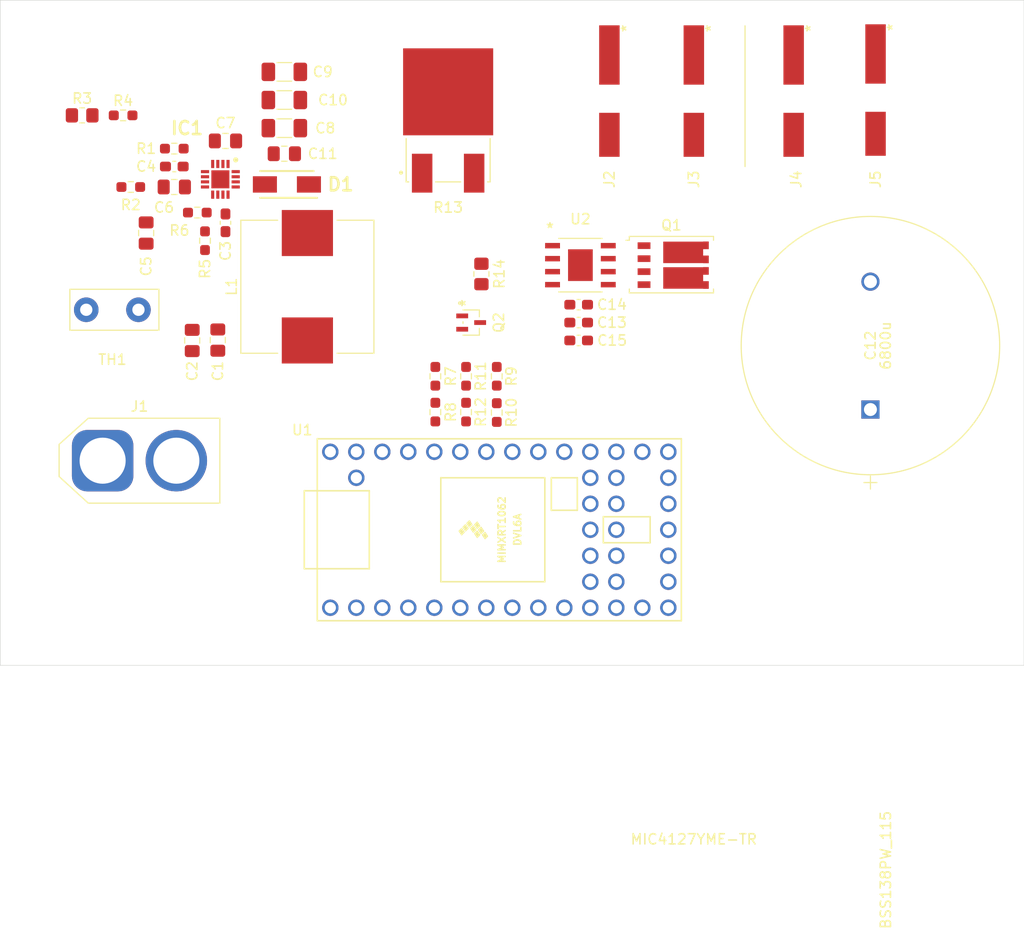
<source format=kicad_pcb>
(kicad_pcb (version 20171130) (host pcbnew "(5.1.10)-1")

  (general
    (thickness 1.6)
    (drawings 5)
    (tracks 0)
    (zones 0)
    (modules 42)
    (nets 67)
  )

  (page A4)
  (layers
    (0 F.Cu signal)
    (31 B.Cu signal)
    (32 B.Adhes user)
    (33 F.Adhes user)
    (34 B.Paste user)
    (35 F.Paste user)
    (36 B.SilkS user)
    (37 F.SilkS user)
    (38 B.Mask user)
    (39 F.Mask user)
    (40 Dwgs.User user)
    (41 Cmts.User user)
    (42 Eco1.User user)
    (43 Eco2.User user)
    (44 Edge.Cuts user)
    (45 Margin user)
    (46 B.CrtYd user)
    (47 F.CrtYd user)
    (48 B.Fab user)
    (49 F.Fab user)
  )

  (setup
    (last_trace_width 0.25)
    (trace_clearance 0.2)
    (zone_clearance 0.508)
    (zone_45_only no)
    (trace_min 0.2)
    (via_size 0.8)
    (via_drill 0.4)
    (via_min_size 0.4)
    (via_min_drill 0.3)
    (uvia_size 0.3)
    (uvia_drill 0.1)
    (uvias_allowed no)
    (uvia_min_size 0.2)
    (uvia_min_drill 0.1)
    (edge_width 0.05)
    (segment_width 0.2)
    (pcb_text_width 0.3)
    (pcb_text_size 1.5 1.5)
    (mod_edge_width 0.12)
    (mod_text_size 1 1)
    (mod_text_width 0.15)
    (pad_size 1.524 1.524)
    (pad_drill 0.762)
    (pad_to_mask_clearance 0)
    (aux_axis_origin 0 0)
    (visible_elements FFFFFF7F)
    (pcbplotparams
      (layerselection 0x010fc_ffffffff)
      (usegerberextensions false)
      (usegerberattributes true)
      (usegerberadvancedattributes true)
      (creategerberjobfile true)
      (excludeedgelayer true)
      (linewidth 0.100000)
      (plotframeref false)
      (viasonmask false)
      (mode 1)
      (useauxorigin false)
      (hpglpennumber 1)
      (hpglpenspeed 20)
      (hpglpendiameter 15.000000)
      (psnegative false)
      (psa4output false)
      (plotreference true)
      (plotvalue true)
      (plotinvisibletext false)
      (padsonsilk false)
      (subtractmaskfromsilk false)
      (outputformat 1)
      (mirror false)
      (drillshape 1)
      (scaleselection 1)
      (outputdirectory ""))
  )

  (net 0 "")
  (net 1 /igniter_actuator/BIAS)
  (net 2 GND)
  (net 3 /igniter_actuator/SS)
  (net 4 /igniter_actuator/COMP)
  (net 5 "Net-(C6-Pad2)")
  (net 6 VCC)
  (net 7 /igniter_actuator/48V)
  (net 8 /igniter_actuator/CAP_HIGH)
  (net 9 /igniter_actuator/SW)
  (net 10 "Net-(IC1-Pad15)")
  (net 11 /igniter_actuator/FB)
  (net 12 /igniter_actuator/RT)
  (net 13 /igniter_actuator/PGOOD)
  (net 14 /VBAT)
  (net 15 /igniter_actuator/FET_A)
  (net 16 /igniter_actuator/FET_B)
  (net 17 /igniter_actuator/OUTA)
  (net 18 /igniter_actuator/OUTB)
  (net 19 /CAP_DCHG)
  (net 20 "Net-(Q2-Pad3)")
  (net 21 /CAP_SENSE)
  (net 22 /PY_SENSE_A)
  (net 23 /PY_SENSE_B)
  (net 24 "Net-(U1-Pad17)")
  (net 25 "Net-(U1-Pad18)")
  (net 26 "Net-(U1-Pad19)")
  (net 27 "Net-(U1-Pad20)")
  (net 28 "Net-(U1-Pad16)")
  (net 29 "Net-(U1-Pad15)")
  (net 30 "Net-(U1-Pad14)")
  (net 31 "Net-(U1-Pad21)")
  (net 32 "Net-(U1-Pad22)")
  (net 33 "Net-(U1-Pad23)")
  (net 34 "Net-(U1-Pad24)")
  (net 35 "Net-(U1-Pad25)")
  (net 36 "Net-(U1-Pad26)")
  (net 37 "Net-(U1-Pad30)")
  (net 38 "Net-(U1-Pad31)")
  (net 39 "Net-(U1-Pad33)")
  (net 40 "Net-(U1-Pad34)")
  (net 41 "Net-(U1-Pad13)")
  (net 42 "Net-(U1-Pad12)")
  (net 43 "Net-(U1-Pad11)")
  (net 44 "Net-(U1-Pad10)")
  (net 45 "Net-(U1-Pad9)")
  (net 46 /PYRO_B)
  (net 47 /PYRO_A)
  (net 48 "Net-(U1-Pad5)")
  (net 49 "Net-(U1-Pad4)")
  (net 50 "Net-(U1-Pad3)")
  (net 51 "Net-(U1-Pad2)")
  (net 52 "Net-(U1-Pad1)")
  (net 53 "Net-(U1-Pad35)")
  (net 54 "Net-(U1-Pad36)")
  (net 55 "Net-(U1-Pad37)")
  (net 56 "Net-(U1-Pad38)")
  (net 57 "Net-(U1-Pad39)")
  (net 58 "Net-(U1-Pad40)")
  (net 59 "Net-(U1-Pad41)")
  (net 60 "Net-(U1-Pad42)")
  (net 61 "Net-(U1-Pad43)")
  (net 62 "Net-(U1-Pad44)")
  (net 63 "Net-(U2-Pad1)")
  (net 64 "Net-(U2-Pad8)")
  (net 65 /igniter_actuator/EN)
  (net 66 "Net-(C7-Pad2)")

  (net_class Default "This is the default net class."
    (clearance 0.2)
    (trace_width 0.25)
    (via_dia 0.8)
    (via_drill 0.4)
    (uvia_dia 0.3)
    (uvia_drill 0.1)
    (add_net /CAP_DCHG)
    (add_net /CAP_SENSE)
    (add_net /PYRO_A)
    (add_net /PYRO_B)
    (add_net /PY_SENSE_A)
    (add_net /PY_SENSE_B)
    (add_net /VBAT)
    (add_net /igniter_actuator/48V)
    (add_net /igniter_actuator/BIAS)
    (add_net /igniter_actuator/CAP_HIGH)
    (add_net /igniter_actuator/COMP)
    (add_net /igniter_actuator/EN)
    (add_net /igniter_actuator/FB)
    (add_net /igniter_actuator/FET_A)
    (add_net /igniter_actuator/FET_B)
    (add_net /igniter_actuator/OUTA)
    (add_net /igniter_actuator/OUTB)
    (add_net /igniter_actuator/PGOOD)
    (add_net /igniter_actuator/RT)
    (add_net /igniter_actuator/SS)
    (add_net /igniter_actuator/SW)
    (add_net GND)
    (add_net "Net-(C6-Pad2)")
    (add_net "Net-(C7-Pad2)")
    (add_net "Net-(IC1-Pad15)")
    (add_net "Net-(Q2-Pad3)")
    (add_net "Net-(U1-Pad1)")
    (add_net "Net-(U1-Pad10)")
    (add_net "Net-(U1-Pad11)")
    (add_net "Net-(U1-Pad12)")
    (add_net "Net-(U1-Pad13)")
    (add_net "Net-(U1-Pad14)")
    (add_net "Net-(U1-Pad15)")
    (add_net "Net-(U1-Pad16)")
    (add_net "Net-(U1-Pad17)")
    (add_net "Net-(U1-Pad18)")
    (add_net "Net-(U1-Pad19)")
    (add_net "Net-(U1-Pad2)")
    (add_net "Net-(U1-Pad20)")
    (add_net "Net-(U1-Pad21)")
    (add_net "Net-(U1-Pad22)")
    (add_net "Net-(U1-Pad23)")
    (add_net "Net-(U1-Pad24)")
    (add_net "Net-(U1-Pad25)")
    (add_net "Net-(U1-Pad26)")
    (add_net "Net-(U1-Pad3)")
    (add_net "Net-(U1-Pad30)")
    (add_net "Net-(U1-Pad31)")
    (add_net "Net-(U1-Pad33)")
    (add_net "Net-(U1-Pad34)")
    (add_net "Net-(U1-Pad35)")
    (add_net "Net-(U1-Pad36)")
    (add_net "Net-(U1-Pad37)")
    (add_net "Net-(U1-Pad38)")
    (add_net "Net-(U1-Pad39)")
    (add_net "Net-(U1-Pad4)")
    (add_net "Net-(U1-Pad40)")
    (add_net "Net-(U1-Pad41)")
    (add_net "Net-(U1-Pad42)")
    (add_net "Net-(U1-Pad43)")
    (add_net "Net-(U1-Pad44)")
    (add_net "Net-(U1-Pad5)")
    (add_net "Net-(U1-Pad9)")
    (add_net "Net-(U2-Pad1)")
    (add_net "Net-(U2-Pad8)")
    (add_net VCC)
  )

  (module Capacitor_SMD:C_0805_2012Metric_Pad1.18x1.45mm_HandSolder (layer F.Cu) (tedit 5F68FEEF) (tstamp 60EB08D5)
    (at 116.25 78.2125 90)
    (descr "Capacitor SMD 0805 (2012 Metric), square (rectangular) end terminal, IPC_7351 nominal with elongated pad for handsoldering. (Body size source: IPC-SM-782 page 76, https://www.pcb-3d.com/wordpress/wp-content/uploads/ipc-sm-782a_amendment_1_and_2.pdf, https://docs.google.com/spreadsheets/d/1BsfQQcO9C6DZCsRaXUlFlo91Tg2WpOkGARC1WS5S8t0/edit?usp=sharing), generated with kicad-footprint-generator")
    (tags "capacitor handsolder")
    (path /60E9633F/60C89E3F)
    (attr smd)
    (fp_text reference C1 (at -3.0375 0 90) (layer F.SilkS)
      (effects (font (size 1 1) (thickness 0.15)))
    )
    (fp_text value 4.7u (at 0 1.68 90) (layer F.Fab)
      (effects (font (size 1 1) (thickness 0.15)))
    )
    (fp_line (start 1.88 0.98) (end -1.88 0.98) (layer F.CrtYd) (width 0.05))
    (fp_line (start 1.88 -0.98) (end 1.88 0.98) (layer F.CrtYd) (width 0.05))
    (fp_line (start -1.88 -0.98) (end 1.88 -0.98) (layer F.CrtYd) (width 0.05))
    (fp_line (start -1.88 0.98) (end -1.88 -0.98) (layer F.CrtYd) (width 0.05))
    (fp_line (start -0.261252 0.735) (end 0.261252 0.735) (layer F.SilkS) (width 0.12))
    (fp_line (start -0.261252 -0.735) (end 0.261252 -0.735) (layer F.SilkS) (width 0.12))
    (fp_line (start 1 0.625) (end -1 0.625) (layer F.Fab) (width 0.1))
    (fp_line (start 1 -0.625) (end 1 0.625) (layer F.Fab) (width 0.1))
    (fp_line (start -1 -0.625) (end 1 -0.625) (layer F.Fab) (width 0.1))
    (fp_line (start -1 0.625) (end -1 -0.625) (layer F.Fab) (width 0.1))
    (fp_text user %R (at 0 0 90) (layer F.Fab)
      (effects (font (size 0.5 0.5) (thickness 0.08)))
    )
    (pad 1 smd roundrect (at -1.0375 0 90) (size 1.175 1.45) (layers F.Cu F.Paste F.Mask) (roundrect_rratio 0.212766)
      (net 6 VCC))
    (pad 2 smd roundrect (at 1.0375 0 90) (size 1.175 1.45) (layers F.Cu F.Paste F.Mask) (roundrect_rratio 0.212766)
      (net 2 GND))
    (model ${KISYS3DMOD}/Capacitor_SMD.3dshapes/C_0805_2012Metric.wrl
      (at (xyz 0 0 0))
      (scale (xyz 1 1 1))
      (rotate (xyz 0 0 0))
    )
  )

  (module Capacitor_SMD:C_0805_2012Metric_Pad1.18x1.45mm_HandSolder (layer F.Cu) (tedit 5F68FEEF) (tstamp 60EB08E6)
    (at 113.75 78.25 90)
    (descr "Capacitor SMD 0805 (2012 Metric), square (rectangular) end terminal, IPC_7351 nominal with elongated pad for handsoldering. (Body size source: IPC-SM-782 page 76, https://www.pcb-3d.com/wordpress/wp-content/uploads/ipc-sm-782a_amendment_1_and_2.pdf, https://docs.google.com/spreadsheets/d/1BsfQQcO9C6DZCsRaXUlFlo91Tg2WpOkGARC1WS5S8t0/edit?usp=sharing), generated with kicad-footprint-generator")
    (tags "capacitor handsolder")
    (path /60E9633F/60C89EE1)
    (attr smd)
    (fp_text reference C2 (at -3 0 90) (layer F.SilkS)
      (effects (font (size 1 1) (thickness 0.15)))
    )
    (fp_text value 4.7u (at 0 1.68 90) (layer F.Fab)
      (effects (font (size 1 1) (thickness 0.15)))
    )
    (fp_text user %R (at 0 0 90) (layer F.Fab)
      (effects (font (size 0.5 0.5) (thickness 0.08)))
    )
    (fp_line (start -1 0.625) (end -1 -0.625) (layer F.Fab) (width 0.1))
    (fp_line (start -1 -0.625) (end 1 -0.625) (layer F.Fab) (width 0.1))
    (fp_line (start 1 -0.625) (end 1 0.625) (layer F.Fab) (width 0.1))
    (fp_line (start 1 0.625) (end -1 0.625) (layer F.Fab) (width 0.1))
    (fp_line (start -0.261252 -0.735) (end 0.261252 -0.735) (layer F.SilkS) (width 0.12))
    (fp_line (start -0.261252 0.735) (end 0.261252 0.735) (layer F.SilkS) (width 0.12))
    (fp_line (start -1.88 0.98) (end -1.88 -0.98) (layer F.CrtYd) (width 0.05))
    (fp_line (start -1.88 -0.98) (end 1.88 -0.98) (layer F.CrtYd) (width 0.05))
    (fp_line (start 1.88 -0.98) (end 1.88 0.98) (layer F.CrtYd) (width 0.05))
    (fp_line (start 1.88 0.98) (end -1.88 0.98) (layer F.CrtYd) (width 0.05))
    (pad 2 smd roundrect (at 1.0375 0 90) (size 1.175 1.45) (layers F.Cu F.Paste F.Mask) (roundrect_rratio 0.212766)
      (net 2 GND))
    (pad 1 smd roundrect (at -1.0375 0 90) (size 1.175 1.45) (layers F.Cu F.Paste F.Mask) (roundrect_rratio 0.212766)
      (net 6 VCC))
    (model ${KISYS3DMOD}/Capacitor_SMD.3dshapes/C_0805_2012Metric.wrl
      (at (xyz 0 0 0))
      (scale (xyz 1 1 1))
      (rotate (xyz 0 0 0))
    )
  )

  (module Capacitor_SMD:C_0603_1608Metric_Pad1.08x0.95mm_HandSolder (layer F.Cu) (tedit 5F68FEEF) (tstamp 60EB08F7)
    (at 117 66.75 270)
    (descr "Capacitor SMD 0603 (1608 Metric), square (rectangular) end terminal, IPC_7351 nominal with elongated pad for handsoldering. (Body size source: IPC-SM-782 page 76, https://www.pcb-3d.com/wordpress/wp-content/uploads/ipc-sm-782a_amendment_1_and_2.pdf), generated with kicad-footprint-generator")
    (tags "capacitor handsolder")
    (path /60E9633F/60C89F86)
    (attr smd)
    (fp_text reference C3 (at 2.75 0 90) (layer F.SilkS)
      (effects (font (size 1 1) (thickness 0.15)))
    )
    (fp_text value 68n (at 0 1.43 90) (layer F.Fab)
      (effects (font (size 1 1) (thickness 0.15)))
    )
    (fp_line (start 1.65 0.73) (end -1.65 0.73) (layer F.CrtYd) (width 0.05))
    (fp_line (start 1.65 -0.73) (end 1.65 0.73) (layer F.CrtYd) (width 0.05))
    (fp_line (start -1.65 -0.73) (end 1.65 -0.73) (layer F.CrtYd) (width 0.05))
    (fp_line (start -1.65 0.73) (end -1.65 -0.73) (layer F.CrtYd) (width 0.05))
    (fp_line (start -0.146267 0.51) (end 0.146267 0.51) (layer F.SilkS) (width 0.12))
    (fp_line (start -0.146267 -0.51) (end 0.146267 -0.51) (layer F.SilkS) (width 0.12))
    (fp_line (start 0.8 0.4) (end -0.8 0.4) (layer F.Fab) (width 0.1))
    (fp_line (start 0.8 -0.4) (end 0.8 0.4) (layer F.Fab) (width 0.1))
    (fp_line (start -0.8 -0.4) (end 0.8 -0.4) (layer F.Fab) (width 0.1))
    (fp_line (start -0.8 0.4) (end -0.8 -0.4) (layer F.Fab) (width 0.1))
    (fp_text user %R (at 0 0 90) (layer F.Fab)
      (effects (font (size 0.4 0.4) (thickness 0.06)))
    )
    (pad 1 smd roundrect (at -0.8625 0 270) (size 1.075 0.95) (layers F.Cu F.Paste F.Mask) (roundrect_rratio 0.25)
      (net 3 /igniter_actuator/SS))
    (pad 2 smd roundrect (at 0.8625 0 270) (size 1.075 0.95) (layers F.Cu F.Paste F.Mask) (roundrect_rratio 0.25)
      (net 2 GND))
    (model ${KISYS3DMOD}/Capacitor_SMD.3dshapes/C_0603_1608Metric.wrl
      (at (xyz 0 0 0))
      (scale (xyz 1 1 1))
      (rotate (xyz 0 0 0))
    )
  )

  (module Capacitor_SMD:C_0603_1608Metric_Pad1.08x0.95mm_HandSolder (layer F.Cu) (tedit 5F68FEEF) (tstamp 60EB0908)
    (at 112 61.25 180)
    (descr "Capacitor SMD 0603 (1608 Metric), square (rectangular) end terminal, IPC_7351 nominal with elongated pad for handsoldering. (Body size source: IPC-SM-782 page 76, https://www.pcb-3d.com/wordpress/wp-content/uploads/ipc-sm-782a_amendment_1_and_2.pdf), generated with kicad-footprint-generator")
    (tags "capacitor handsolder")
    (path /60E9633F/60C8A07A)
    (attr smd)
    (fp_text reference C4 (at 2.75 0) (layer F.SilkS)
      (effects (font (size 1 1) (thickness 0.15)))
    )
    (fp_text value 330p (at 0 1.43) (layer F.Fab)
      (effects (font (size 1 1) (thickness 0.15)))
    )
    (fp_text user %R (at 0 0) (layer F.Fab)
      (effects (font (size 0.4 0.4) (thickness 0.06)))
    )
    (fp_line (start -0.8 0.4) (end -0.8 -0.4) (layer F.Fab) (width 0.1))
    (fp_line (start -0.8 -0.4) (end 0.8 -0.4) (layer F.Fab) (width 0.1))
    (fp_line (start 0.8 -0.4) (end 0.8 0.4) (layer F.Fab) (width 0.1))
    (fp_line (start 0.8 0.4) (end -0.8 0.4) (layer F.Fab) (width 0.1))
    (fp_line (start -0.146267 -0.51) (end 0.146267 -0.51) (layer F.SilkS) (width 0.12))
    (fp_line (start -0.146267 0.51) (end 0.146267 0.51) (layer F.SilkS) (width 0.12))
    (fp_line (start -1.65 0.73) (end -1.65 -0.73) (layer F.CrtYd) (width 0.05))
    (fp_line (start -1.65 -0.73) (end 1.65 -0.73) (layer F.CrtYd) (width 0.05))
    (fp_line (start 1.65 -0.73) (end 1.65 0.73) (layer F.CrtYd) (width 0.05))
    (fp_line (start 1.65 0.73) (end -1.65 0.73) (layer F.CrtYd) (width 0.05))
    (pad 2 smd roundrect (at 0.8625 0 180) (size 1.075 0.95) (layers F.Cu F.Paste F.Mask) (roundrect_rratio 0.25)
      (net 2 GND))
    (pad 1 smd roundrect (at -0.8625 0 180) (size 1.075 0.95) (layers F.Cu F.Paste F.Mask) (roundrect_rratio 0.25)
      (net 4 /igniter_actuator/COMP))
    (model ${KISYS3DMOD}/Capacitor_SMD.3dshapes/C_0603_1608Metric.wrl
      (at (xyz 0 0 0))
      (scale (xyz 1 1 1))
      (rotate (xyz 0 0 0))
    )
  )

  (module Capacitor_SMD:C_0805_2012Metric_Pad1.18x1.45mm_HandSolder (layer F.Cu) (tedit 5F68FEEF) (tstamp 60EB0919)
    (at 109.25 67.75 90)
    (descr "Capacitor SMD 0805 (2012 Metric), square (rectangular) end terminal, IPC_7351 nominal with elongated pad for handsoldering. (Body size source: IPC-SM-782 page 76, https://www.pcb-3d.com/wordpress/wp-content/uploads/ipc-sm-782a_amendment_1_and_2.pdf, https://docs.google.com/spreadsheets/d/1BsfQQcO9C6DZCsRaXUlFlo91Tg2WpOkGARC1WS5S8t0/edit?usp=sharing), generated with kicad-footprint-generator")
    (tags "capacitor handsolder")
    (path /60E9633F/60C69E1B)
    (attr smd)
    (fp_text reference C5 (at -3.25 0 90) (layer F.SilkS)
      (effects (font (size 1 1) (thickness 0.15)))
    )
    (fp_text value 100n (at 0 1.68 90) (layer F.Fab)
      (effects (font (size 1 1) (thickness 0.15)))
    )
    (fp_text user %R (at 0 0 90) (layer F.Fab)
      (effects (font (size 0.5 0.5) (thickness 0.08)))
    )
    (fp_line (start -1 0.625) (end -1 -0.625) (layer F.Fab) (width 0.1))
    (fp_line (start -1 -0.625) (end 1 -0.625) (layer F.Fab) (width 0.1))
    (fp_line (start 1 -0.625) (end 1 0.625) (layer F.Fab) (width 0.1))
    (fp_line (start 1 0.625) (end -1 0.625) (layer F.Fab) (width 0.1))
    (fp_line (start -0.261252 -0.735) (end 0.261252 -0.735) (layer F.SilkS) (width 0.12))
    (fp_line (start -0.261252 0.735) (end 0.261252 0.735) (layer F.SilkS) (width 0.12))
    (fp_line (start -1.88 0.98) (end -1.88 -0.98) (layer F.CrtYd) (width 0.05))
    (fp_line (start -1.88 -0.98) (end 1.88 -0.98) (layer F.CrtYd) (width 0.05))
    (fp_line (start 1.88 -0.98) (end 1.88 0.98) (layer F.CrtYd) (width 0.05))
    (fp_line (start 1.88 0.98) (end -1.88 0.98) (layer F.CrtYd) (width 0.05))
    (pad 2 smd roundrect (at 1.0375 0 90) (size 1.175 1.45) (layers F.Cu F.Paste F.Mask) (roundrect_rratio 0.212766)
      (net 2 GND))
    (pad 1 smd roundrect (at -1.0375 0 90) (size 1.175 1.45) (layers F.Cu F.Paste F.Mask) (roundrect_rratio 0.212766)
      (net 6 VCC))
    (model ${KISYS3DMOD}/Capacitor_SMD.3dshapes/C_0805_2012Metric.wrl
      (at (xyz 0 0 0))
      (scale (xyz 1 1 1))
      (rotate (xyz 0 0 0))
    )
  )

  (module Capacitor_SMD:C_0805_2012Metric_Pad1.18x1.45mm_HandSolder (layer F.Cu) (tedit 5F68FEEF) (tstamp 60EB092A)
    (at 112 63.25 180)
    (descr "Capacitor SMD 0805 (2012 Metric), square (rectangular) end terminal, IPC_7351 nominal with elongated pad for handsoldering. (Body size source: IPC-SM-782 page 76, https://www.pcb-3d.com/wordpress/wp-content/uploads/ipc-sm-782a_amendment_1_and_2.pdf, https://docs.google.com/spreadsheets/d/1BsfQQcO9C6DZCsRaXUlFlo91Tg2WpOkGARC1WS5S8t0/edit?usp=sharing), generated with kicad-footprint-generator")
    (tags "capacitor handsolder")
    (path /60E9633F/60C8A0FA)
    (attr smd)
    (fp_text reference C6 (at 1 -2) (layer F.SilkS)
      (effects (font (size 1 1) (thickness 0.15)))
    )
    (fp_text value 27n (at 0 1.68) (layer F.Fab)
      (effects (font (size 1 1) (thickness 0.15)))
    )
    (fp_line (start 1.88 0.98) (end -1.88 0.98) (layer F.CrtYd) (width 0.05))
    (fp_line (start 1.88 -0.98) (end 1.88 0.98) (layer F.CrtYd) (width 0.05))
    (fp_line (start -1.88 -0.98) (end 1.88 -0.98) (layer F.CrtYd) (width 0.05))
    (fp_line (start -1.88 0.98) (end -1.88 -0.98) (layer F.CrtYd) (width 0.05))
    (fp_line (start -0.261252 0.735) (end 0.261252 0.735) (layer F.SilkS) (width 0.12))
    (fp_line (start -0.261252 -0.735) (end 0.261252 -0.735) (layer F.SilkS) (width 0.12))
    (fp_line (start 1 0.625) (end -1 0.625) (layer F.Fab) (width 0.1))
    (fp_line (start 1 -0.625) (end 1 0.625) (layer F.Fab) (width 0.1))
    (fp_line (start -1 -0.625) (end 1 -0.625) (layer F.Fab) (width 0.1))
    (fp_line (start -1 0.625) (end -1 -0.625) (layer F.Fab) (width 0.1))
    (fp_text user %R (at 0 0) (layer F.Fab)
      (effects (font (size 0.5 0.5) (thickness 0.08)))
    )
    (pad 1 smd roundrect (at -1.0375 0 180) (size 1.175 1.45) (layers F.Cu F.Paste F.Mask) (roundrect_rratio 0.212766)
      (net 4 /igniter_actuator/COMP))
    (pad 2 smd roundrect (at 1.0375 0 180) (size 1.175 1.45) (layers F.Cu F.Paste F.Mask) (roundrect_rratio 0.212766)
      (net 5 "Net-(C6-Pad2)"))
    (model ${KISYS3DMOD}/Capacitor_SMD.3dshapes/C_0805_2012Metric.wrl
      (at (xyz 0 0 0))
      (scale (xyz 1 1 1))
      (rotate (xyz 0 0 0))
    )
  )

  (module Capacitor_SMD:C_0805_2012Metric_Pad1.18x1.45mm_HandSolder (layer F.Cu) (tedit 5F68FEEF) (tstamp 60EB093B)
    (at 117 58.75 180)
    (descr "Capacitor SMD 0805 (2012 Metric), square (rectangular) end terminal, IPC_7351 nominal with elongated pad for handsoldering. (Body size source: IPC-SM-782 page 76, https://www.pcb-3d.com/wordpress/wp-content/uploads/ipc-sm-782a_amendment_1_and_2.pdf, https://docs.google.com/spreadsheets/d/1BsfQQcO9C6DZCsRaXUlFlo91Tg2WpOkGARC1WS5S8t0/edit?usp=sharing), generated with kicad-footprint-generator")
    (tags "capacitor handsolder")
    (path /60E9633F/60C69D5B)
    (attr smd)
    (fp_text reference C7 (at 0 1.75) (layer F.SilkS)
      (effects (font (size 1 1) (thickness 0.15)))
    )
    (fp_text value 2.2u (at 0 1.68) (layer F.Fab)
      (effects (font (size 1 1) (thickness 0.15)))
    )
    (fp_line (start 1.88 0.98) (end -1.88 0.98) (layer F.CrtYd) (width 0.05))
    (fp_line (start 1.88 -0.98) (end 1.88 0.98) (layer F.CrtYd) (width 0.05))
    (fp_line (start -1.88 -0.98) (end 1.88 -0.98) (layer F.CrtYd) (width 0.05))
    (fp_line (start -1.88 0.98) (end -1.88 -0.98) (layer F.CrtYd) (width 0.05))
    (fp_line (start -0.261252 0.735) (end 0.261252 0.735) (layer F.SilkS) (width 0.12))
    (fp_line (start -0.261252 -0.735) (end 0.261252 -0.735) (layer F.SilkS) (width 0.12))
    (fp_line (start 1 0.625) (end -1 0.625) (layer F.Fab) (width 0.1))
    (fp_line (start 1 -0.625) (end 1 0.625) (layer F.Fab) (width 0.1))
    (fp_line (start -1 -0.625) (end 1 -0.625) (layer F.Fab) (width 0.1))
    (fp_line (start -1 0.625) (end -1 -0.625) (layer F.Fab) (width 0.1))
    (fp_text user %R (at 0 0) (layer F.Fab)
      (effects (font (size 0.5 0.5) (thickness 0.08)))
    )
    (pad 1 smd roundrect (at -1.0375 0 180) (size 1.175 1.45) (layers F.Cu F.Paste F.Mask) (roundrect_rratio 0.212766)
      (net 2 GND))
    (pad 2 smd roundrect (at 1.0375 0 180) (size 1.175 1.45) (layers F.Cu F.Paste F.Mask) (roundrect_rratio 0.212766)
      (net 66 "Net-(C7-Pad2)"))
    (model ${KISYS3DMOD}/Capacitor_SMD.3dshapes/C_0805_2012Metric.wrl
      (at (xyz 0 0 0))
      (scale (xyz 1 1 1))
      (rotate (xyz 0 0 0))
    )
  )

  (module Capacitor_SMD:C_1206_3216Metric_Pad1.33x1.80mm_HandSolder (layer F.Cu) (tedit 5F68FEEF) (tstamp 60EB094C)
    (at 122.75 57.5 180)
    (descr "Capacitor SMD 1206 (3216 Metric), square (rectangular) end terminal, IPC_7351 nominal with elongated pad for handsoldering. (Body size source: IPC-SM-782 page 76, https://www.pcb-3d.com/wordpress/wp-content/uploads/ipc-sm-782a_amendment_1_and_2.pdf), generated with kicad-footprint-generator")
    (tags "capacitor handsolder")
    (path /60E9633F/60C8A520)
    (attr smd)
    (fp_text reference C8 (at -4 0) (layer F.SilkS)
      (effects (font (size 1 1) (thickness 0.15)))
    )
    (fp_text value 3.3u (at 0 1.85) (layer F.Fab)
      (effects (font (size 1 1) (thickness 0.15)))
    )
    (fp_line (start 2.48 1.15) (end -2.48 1.15) (layer F.CrtYd) (width 0.05))
    (fp_line (start 2.48 -1.15) (end 2.48 1.15) (layer F.CrtYd) (width 0.05))
    (fp_line (start -2.48 -1.15) (end 2.48 -1.15) (layer F.CrtYd) (width 0.05))
    (fp_line (start -2.48 1.15) (end -2.48 -1.15) (layer F.CrtYd) (width 0.05))
    (fp_line (start -0.711252 0.91) (end 0.711252 0.91) (layer F.SilkS) (width 0.12))
    (fp_line (start -0.711252 -0.91) (end 0.711252 -0.91) (layer F.SilkS) (width 0.12))
    (fp_line (start 1.6 0.8) (end -1.6 0.8) (layer F.Fab) (width 0.1))
    (fp_line (start 1.6 -0.8) (end 1.6 0.8) (layer F.Fab) (width 0.1))
    (fp_line (start -1.6 -0.8) (end 1.6 -0.8) (layer F.Fab) (width 0.1))
    (fp_line (start -1.6 0.8) (end -1.6 -0.8) (layer F.Fab) (width 0.1))
    (fp_text user %R (at 0 0) (layer F.Fab)
      (effects (font (size 0.8 0.8) (thickness 0.12)))
    )
    (pad 1 smd roundrect (at -1.5625 0 180) (size 1.325 1.8) (layers F.Cu F.Paste F.Mask) (roundrect_rratio 0.188679)
      (net 7 /igniter_actuator/48V))
    (pad 2 smd roundrect (at 1.5625 0 180) (size 1.325 1.8) (layers F.Cu F.Paste F.Mask) (roundrect_rratio 0.188679)
      (net 2 GND))
    (model ${KISYS3DMOD}/Capacitor_SMD.3dshapes/C_1206_3216Metric.wrl
      (at (xyz 0 0 0))
      (scale (xyz 1 1 1))
      (rotate (xyz 0 0 0))
    )
  )

  (module Capacitor_SMD:C_1206_3216Metric_Pad1.33x1.80mm_HandSolder (layer F.Cu) (tedit 5F68FEEF) (tstamp 60EB095D)
    (at 122.75 52 180)
    (descr "Capacitor SMD 1206 (3216 Metric), square (rectangular) end terminal, IPC_7351 nominal with elongated pad for handsoldering. (Body size source: IPC-SM-782 page 76, https://www.pcb-3d.com/wordpress/wp-content/uploads/ipc-sm-782a_amendment_1_and_2.pdf), generated with kicad-footprint-generator")
    (tags "capacitor handsolder")
    (path /60E9633F/60C8A5AB)
    (attr smd)
    (fp_text reference C9 (at -3.75 0) (layer F.SilkS)
      (effects (font (size 1 1) (thickness 0.15)))
    )
    (fp_text value 3.3u (at 0 1.85) (layer F.Fab)
      (effects (font (size 1 1) (thickness 0.15)))
    )
    (fp_text user %R (at 0 0) (layer F.Fab)
      (effects (font (size 0.8 0.8) (thickness 0.12)))
    )
    (fp_line (start -1.6 0.8) (end -1.6 -0.8) (layer F.Fab) (width 0.1))
    (fp_line (start -1.6 -0.8) (end 1.6 -0.8) (layer F.Fab) (width 0.1))
    (fp_line (start 1.6 -0.8) (end 1.6 0.8) (layer F.Fab) (width 0.1))
    (fp_line (start 1.6 0.8) (end -1.6 0.8) (layer F.Fab) (width 0.1))
    (fp_line (start -0.711252 -0.91) (end 0.711252 -0.91) (layer F.SilkS) (width 0.12))
    (fp_line (start -0.711252 0.91) (end 0.711252 0.91) (layer F.SilkS) (width 0.12))
    (fp_line (start -2.48 1.15) (end -2.48 -1.15) (layer F.CrtYd) (width 0.05))
    (fp_line (start -2.48 -1.15) (end 2.48 -1.15) (layer F.CrtYd) (width 0.05))
    (fp_line (start 2.48 -1.15) (end 2.48 1.15) (layer F.CrtYd) (width 0.05))
    (fp_line (start 2.48 1.15) (end -2.48 1.15) (layer F.CrtYd) (width 0.05))
    (pad 2 smd roundrect (at 1.5625 0 180) (size 1.325 1.8) (layers F.Cu F.Paste F.Mask) (roundrect_rratio 0.188679)
      (net 2 GND))
    (pad 1 smd roundrect (at -1.5625 0 180) (size 1.325 1.8) (layers F.Cu F.Paste F.Mask) (roundrect_rratio 0.188679)
      (net 7 /igniter_actuator/48V))
    (model ${KISYS3DMOD}/Capacitor_SMD.3dshapes/C_1206_3216Metric.wrl
      (at (xyz 0 0 0))
      (scale (xyz 1 1 1))
      (rotate (xyz 0 0 0))
    )
  )

  (module Capacitor_SMD:C_1206_3216Metric_Pad1.33x1.80mm_HandSolder (layer F.Cu) (tedit 5F68FEEF) (tstamp 60EB096E)
    (at 122.75 54.75 180)
    (descr "Capacitor SMD 1206 (3216 Metric), square (rectangular) end terminal, IPC_7351 nominal with elongated pad for handsoldering. (Body size source: IPC-SM-782 page 76, https://www.pcb-3d.com/wordpress/wp-content/uploads/ipc-sm-782a_amendment_1_and_2.pdf), generated with kicad-footprint-generator")
    (tags "capacitor handsolder")
    (path /60E9633F/60C8A611)
    (attr smd)
    (fp_text reference C10 (at -4.75 0) (layer F.SilkS)
      (effects (font (size 1 1) (thickness 0.15)))
    )
    (fp_text value 3.3u (at 0 1.85) (layer F.Fab)
      (effects (font (size 1 1) (thickness 0.15)))
    )
    (fp_line (start 2.48 1.15) (end -2.48 1.15) (layer F.CrtYd) (width 0.05))
    (fp_line (start 2.48 -1.15) (end 2.48 1.15) (layer F.CrtYd) (width 0.05))
    (fp_line (start -2.48 -1.15) (end 2.48 -1.15) (layer F.CrtYd) (width 0.05))
    (fp_line (start -2.48 1.15) (end -2.48 -1.15) (layer F.CrtYd) (width 0.05))
    (fp_line (start -0.711252 0.91) (end 0.711252 0.91) (layer F.SilkS) (width 0.12))
    (fp_line (start -0.711252 -0.91) (end 0.711252 -0.91) (layer F.SilkS) (width 0.12))
    (fp_line (start 1.6 0.8) (end -1.6 0.8) (layer F.Fab) (width 0.1))
    (fp_line (start 1.6 -0.8) (end 1.6 0.8) (layer F.Fab) (width 0.1))
    (fp_line (start -1.6 -0.8) (end 1.6 -0.8) (layer F.Fab) (width 0.1))
    (fp_line (start -1.6 0.8) (end -1.6 -0.8) (layer F.Fab) (width 0.1))
    (fp_text user %R (at 0 0) (layer F.Fab)
      (effects (font (size 0.8 0.8) (thickness 0.12)))
    )
    (pad 1 smd roundrect (at -1.5625 0 180) (size 1.325 1.8) (layers F.Cu F.Paste F.Mask) (roundrect_rratio 0.188679)
      (net 7 /igniter_actuator/48V))
    (pad 2 smd roundrect (at 1.5625 0 180) (size 1.325 1.8) (layers F.Cu F.Paste F.Mask) (roundrect_rratio 0.188679)
      (net 2 GND))
    (model ${KISYS3DMOD}/Capacitor_SMD.3dshapes/C_1206_3216Metric.wrl
      (at (xyz 0 0 0))
      (scale (xyz 1 1 1))
      (rotate (xyz 0 0 0))
    )
  )

  (module Capacitor_SMD:C_0805_2012Metric_Pad1.18x1.45mm_HandSolder (layer F.Cu) (tedit 5F68FEEF) (tstamp 60EB097F)
    (at 122.75 60 180)
    (descr "Capacitor SMD 0805 (2012 Metric), square (rectangular) end terminal, IPC_7351 nominal with elongated pad for handsoldering. (Body size source: IPC-SM-782 page 76, https://www.pcb-3d.com/wordpress/wp-content/uploads/ipc-sm-782a_amendment_1_and_2.pdf, https://docs.google.com/spreadsheets/d/1BsfQQcO9C6DZCsRaXUlFlo91Tg2WpOkGARC1WS5S8t0/edit?usp=sharing), generated with kicad-footprint-generator")
    (tags "capacitor handsolder")
    (path /60E9633F/60C8A66E)
    (attr smd)
    (fp_text reference C11 (at -3.75 0) (layer F.SilkS)
      (effects (font (size 1 1) (thickness 0.15)))
    )
    (fp_text value 100n (at 0 1.68) (layer F.Fab)
      (effects (font (size 1 1) (thickness 0.15)))
    )
    (fp_text user %R (at 0 0) (layer F.Fab)
      (effects (font (size 0.5 0.5) (thickness 0.08)))
    )
    (fp_line (start -1 0.625) (end -1 -0.625) (layer F.Fab) (width 0.1))
    (fp_line (start -1 -0.625) (end 1 -0.625) (layer F.Fab) (width 0.1))
    (fp_line (start 1 -0.625) (end 1 0.625) (layer F.Fab) (width 0.1))
    (fp_line (start 1 0.625) (end -1 0.625) (layer F.Fab) (width 0.1))
    (fp_line (start -0.261252 -0.735) (end 0.261252 -0.735) (layer F.SilkS) (width 0.12))
    (fp_line (start -0.261252 0.735) (end 0.261252 0.735) (layer F.SilkS) (width 0.12))
    (fp_line (start -1.88 0.98) (end -1.88 -0.98) (layer F.CrtYd) (width 0.05))
    (fp_line (start -1.88 -0.98) (end 1.88 -0.98) (layer F.CrtYd) (width 0.05))
    (fp_line (start 1.88 -0.98) (end 1.88 0.98) (layer F.CrtYd) (width 0.05))
    (fp_line (start 1.88 0.98) (end -1.88 0.98) (layer F.CrtYd) (width 0.05))
    (pad 2 smd roundrect (at 1.0375 0 180) (size 1.175 1.45) (layers F.Cu F.Paste F.Mask) (roundrect_rratio 0.212766)
      (net 2 GND))
    (pad 1 smd roundrect (at -1.0375 0 180) (size 1.175 1.45) (layers F.Cu F.Paste F.Mask) (roundrect_rratio 0.212766)
      (net 7 /igniter_actuator/48V))
    (model ${KISYS3DMOD}/Capacitor_SMD.3dshapes/C_0805_2012Metric.wrl
      (at (xyz 0 0 0))
      (scale (xyz 1 1 1))
      (rotate (xyz 0 0 0))
    )
  )

  (module iteration1:UVR1H682MRD6 (layer F.Cu) (tedit 0) (tstamp 60EB0996)
    (at 180 85 90)
    (path /60E9633F/60CF92B2)
    (fp_text reference C12 (at 6.2484 0 90) (layer F.SilkS)
      (effects (font (size 1 1) (thickness 0.15)))
    )
    (fp_text value 6800u (at 6.2484 1.49 90) (layer F.SilkS)
      (effects (font (size 1 1) (thickness 0.15)))
    )
    (fp_circle (center 6.2484 0) (end 18.8722 0) (layer F.SilkS) (width 0.12))
    (fp_circle (center 6.2484 0) (end 18.7452 0) (layer F.Fab) (width 0.1))
    (fp_line (start -6.5024 -5.25033) (end 0.99807 -12.7508) (layer F.CrtYd) (width 0.05))
    (fp_line (start -6.5024 5.25033) (end -6.5024 -5.25033) (layer F.CrtYd) (width 0.05))
    (fp_line (start 0.99807 12.7508) (end -6.5024 5.25033) (layer F.CrtYd) (width 0.05))
    (fp_line (start 11.49873 12.7508) (end 0.99807 12.7508) (layer F.CrtYd) (width 0.05))
    (fp_line (start 18.9992 5.25033) (end 11.49873 12.7508) (layer F.CrtYd) (width 0.05))
    (fp_line (start 18.9992 -5.25033) (end 18.9992 5.25033) (layer F.CrtYd) (width 0.05))
    (fp_line (start 11.49873 -12.7508) (end 18.9992 -5.25033) (layer F.CrtYd) (width 0.05))
    (fp_line (start 0.99807 -12.7508) (end 11.49873 -12.7508) (layer F.CrtYd) (width 0.05))
    (fp_line (start -7.1374 -0.635) (end -7.1374 0.635) (layer F.SilkS) (width 0.12))
    (fp_line (start -7.7724 0) (end -6.5024 0) (layer F.SilkS) (width 0.12))
    (fp_line (start -7.1374 -0.635) (end -7.1374 0.635) (layer F.Fab) (width 0.1))
    (fp_line (start -7.7724 0) (end -6.5024 0) (layer F.Fab) (width 0.1))
    (fp_text user "Copyright 2021 Accelerated Designs. All rights reserved." (at 0 0 90) (layer Cmts.User)
      (effects (font (size 0.127 0.127) (thickness 0.002)))
    )
    (fp_text user * (at 0 0 90) (layer F.SilkS)
      (effects (font (size 1 1) (thickness 0.15)))
    )
    (fp_text user * (at 0 0 90) (layer F.Fab)
      (effects (font (size 1 1) (thickness 0.15)))
    )
    (pad 1 thru_hole rect (at 0 0 90) (size 1.778 1.778) (drill 1.27) (layers *.Cu *.Mask)
      (net 8 /igniter_actuator/CAP_HIGH))
    (pad 2 thru_hole circle (at 12.4968 0 90) (size 1.778 1.778) (drill 1.27) (layers *.Cu *.Mask)
      (net 2 GND))
  )

  (module Capacitor_SMD:C_0603_1608Metric_Pad1.08x0.95mm_HandSolder (layer F.Cu) (tedit 5F68FEEF) (tstamp 60EB09A7)
    (at 151.5 76.5 180)
    (descr "Capacitor SMD 0603 (1608 Metric), square (rectangular) end terminal, IPC_7351 nominal with elongated pad for handsoldering. (Body size source: IPC-SM-782 page 76, https://www.pcb-3d.com/wordpress/wp-content/uploads/ipc-sm-782a_amendment_1_and_2.pdf), generated with kicad-footprint-generator")
    (tags "capacitor handsolder")
    (path /60E9633F/60D4CA04)
    (attr smd)
    (fp_text reference C13 (at -3.25 0) (layer F.SilkS)
      (effects (font (size 1 1) (thickness 0.15)))
    )
    (fp_text value 0.1u (at 0 1.43) (layer F.Fab)
      (effects (font (size 1 1) (thickness 0.15)))
    )
    (fp_line (start 1.65 0.73) (end -1.65 0.73) (layer F.CrtYd) (width 0.05))
    (fp_line (start 1.65 -0.73) (end 1.65 0.73) (layer F.CrtYd) (width 0.05))
    (fp_line (start -1.65 -0.73) (end 1.65 -0.73) (layer F.CrtYd) (width 0.05))
    (fp_line (start -1.65 0.73) (end -1.65 -0.73) (layer F.CrtYd) (width 0.05))
    (fp_line (start -0.146267 0.51) (end 0.146267 0.51) (layer F.SilkS) (width 0.12))
    (fp_line (start -0.146267 -0.51) (end 0.146267 -0.51) (layer F.SilkS) (width 0.12))
    (fp_line (start 0.8 0.4) (end -0.8 0.4) (layer F.Fab) (width 0.1))
    (fp_line (start 0.8 -0.4) (end 0.8 0.4) (layer F.Fab) (width 0.1))
    (fp_line (start -0.8 -0.4) (end 0.8 -0.4) (layer F.Fab) (width 0.1))
    (fp_line (start -0.8 0.4) (end -0.8 -0.4) (layer F.Fab) (width 0.1))
    (fp_text user %R (at 0 0) (layer F.Fab)
      (effects (font (size 0.4 0.4) (thickness 0.06)))
    )
    (pad 1 smd roundrect (at -0.8625 0 180) (size 1.075 0.95) (layers F.Cu F.Paste F.Mask) (roundrect_rratio 0.25)
      (net 6 VCC))
    (pad 2 smd roundrect (at 0.8625 0 180) (size 1.075 0.95) (layers F.Cu F.Paste F.Mask) (roundrect_rratio 0.25)
      (net 2 GND))
    (model ${KISYS3DMOD}/Capacitor_SMD.3dshapes/C_0603_1608Metric.wrl
      (at (xyz 0 0 0))
      (scale (xyz 1 1 1))
      (rotate (xyz 0 0 0))
    )
  )

  (module Capacitor_SMD:C_0603_1608Metric_Pad1.08x0.95mm_HandSolder (layer F.Cu) (tedit 5F68FEEF) (tstamp 60EB09B8)
    (at 151.5 74.75 180)
    (descr "Capacitor SMD 0603 (1608 Metric), square (rectangular) end terminal, IPC_7351 nominal with elongated pad for handsoldering. (Body size source: IPC-SM-782 page 76, https://www.pcb-3d.com/wordpress/wp-content/uploads/ipc-sm-782a_amendment_1_and_2.pdf), generated with kicad-footprint-generator")
    (tags "capacitor handsolder")
    (path /60E9633F/60D4BAD4)
    (attr smd)
    (fp_text reference C14 (at -3.25 0) (layer F.SilkS)
      (effects (font (size 1 1) (thickness 0.15)))
    )
    (fp_text value 0.1u (at 0 1.43) (layer F.Fab)
      (effects (font (size 1 1) (thickness 0.15)))
    )
    (fp_line (start 1.65 0.73) (end -1.65 0.73) (layer F.CrtYd) (width 0.05))
    (fp_line (start 1.65 -0.73) (end 1.65 0.73) (layer F.CrtYd) (width 0.05))
    (fp_line (start -1.65 -0.73) (end 1.65 -0.73) (layer F.CrtYd) (width 0.05))
    (fp_line (start -1.65 0.73) (end -1.65 -0.73) (layer F.CrtYd) (width 0.05))
    (fp_line (start -0.146267 0.51) (end 0.146267 0.51) (layer F.SilkS) (width 0.12))
    (fp_line (start -0.146267 -0.51) (end 0.146267 -0.51) (layer F.SilkS) (width 0.12))
    (fp_line (start 0.8 0.4) (end -0.8 0.4) (layer F.Fab) (width 0.1))
    (fp_line (start 0.8 -0.4) (end 0.8 0.4) (layer F.Fab) (width 0.1))
    (fp_line (start -0.8 -0.4) (end 0.8 -0.4) (layer F.Fab) (width 0.1))
    (fp_line (start -0.8 0.4) (end -0.8 -0.4) (layer F.Fab) (width 0.1))
    (fp_text user %R (at 0 0) (layer F.Fab)
      (effects (font (size 0.4 0.4) (thickness 0.06)))
    )
    (pad 1 smd roundrect (at -0.8625 0 180) (size 1.075 0.95) (layers F.Cu F.Paste F.Mask) (roundrect_rratio 0.25)
      (net 6 VCC))
    (pad 2 smd roundrect (at 0.8625 0 180) (size 1.075 0.95) (layers F.Cu F.Paste F.Mask) (roundrect_rratio 0.25)
      (net 2 GND))
    (model ${KISYS3DMOD}/Capacitor_SMD.3dshapes/C_0603_1608Metric.wrl
      (at (xyz 0 0 0))
      (scale (xyz 1 1 1))
      (rotate (xyz 0 0 0))
    )
  )

  (module Capacitor_SMD:C_0603_1608Metric_Pad1.08x0.95mm_HandSolder (layer F.Cu) (tedit 5F68FEEF) (tstamp 60EB09C9)
    (at 151.5 78.25 180)
    (descr "Capacitor SMD 0603 (1608 Metric), square (rectangular) end terminal, IPC_7351 nominal with elongated pad for handsoldering. (Body size source: IPC-SM-782 page 76, https://www.pcb-3d.com/wordpress/wp-content/uploads/ipc-sm-782a_amendment_1_and_2.pdf), generated with kicad-footprint-generator")
    (tags "capacitor handsolder")
    (path /60E9633F/60D4C32E)
    (attr smd)
    (fp_text reference C15 (at -3.27 0) (layer F.SilkS)
      (effects (font (size 1 1) (thickness 0.15)))
    )
    (fp_text value 1u (at 0 1.43) (layer F.Fab)
      (effects (font (size 1 1) (thickness 0.15)))
    )
    (fp_text user %R (at 0 0) (layer F.Fab)
      (effects (font (size 0.4 0.4) (thickness 0.06)))
    )
    (fp_line (start -0.8 0.4) (end -0.8 -0.4) (layer F.Fab) (width 0.1))
    (fp_line (start -0.8 -0.4) (end 0.8 -0.4) (layer F.Fab) (width 0.1))
    (fp_line (start 0.8 -0.4) (end 0.8 0.4) (layer F.Fab) (width 0.1))
    (fp_line (start 0.8 0.4) (end -0.8 0.4) (layer F.Fab) (width 0.1))
    (fp_line (start -0.146267 -0.51) (end 0.146267 -0.51) (layer F.SilkS) (width 0.12))
    (fp_line (start -0.146267 0.51) (end 0.146267 0.51) (layer F.SilkS) (width 0.12))
    (fp_line (start -1.65 0.73) (end -1.65 -0.73) (layer F.CrtYd) (width 0.05))
    (fp_line (start -1.65 -0.73) (end 1.65 -0.73) (layer F.CrtYd) (width 0.05))
    (fp_line (start 1.65 -0.73) (end 1.65 0.73) (layer F.CrtYd) (width 0.05))
    (fp_line (start 1.65 0.73) (end -1.65 0.73) (layer F.CrtYd) (width 0.05))
    (pad 2 smd roundrect (at 0.8625 0 180) (size 1.075 0.95) (layers F.Cu F.Paste F.Mask) (roundrect_rratio 0.25)
      (net 2 GND))
    (pad 1 smd roundrect (at -0.8625 0 180) (size 1.075 0.95) (layers F.Cu F.Paste F.Mask) (roundrect_rratio 0.25)
      (net 6 VCC))
    (model ${KISYS3DMOD}/Capacitor_SMD.3dshapes/C_0603_1608Metric.wrl
      (at (xyz 0 0 0))
      (scale (xyz 1 1 1))
      (rotate (xyz 0 0 0))
    )
  )

  (module iteration1:SK220ATR (layer F.Cu) (tedit 60EA6FA6) (tstamp 60EB09DB)
    (at 123 63 180)
    (descr SMA)
    (tags Diode)
    (path /60E9633F/60C698D5)
    (attr smd)
    (fp_text reference D1 (at -5.25 0) (layer F.SilkS)
      (effects (font (size 1.27 1.27) (thickness 0.254)))
    )
    (fp_text value SK220ATR (at 0 3) (layer F.SilkS) hide
      (effects (font (size 1.27 1.27) (thickness 0.254)))
    )
    (fp_line (start -2.615 1.31) (end 2.615 1.31) (layer F.SilkS) (width 0.2))
    (fp_line (start 2.615 -1.31) (end -2.95 -1.31) (layer F.SilkS) (width 0.2))
    (fp_line (start -2.615 -0.51) (end -1.815 -1.31) (layer F.Fab) (width 0.1))
    (fp_line (start -2.615 1.31) (end -2.615 -1.31) (layer F.Fab) (width 0.1))
    (fp_line (start 2.615 1.31) (end -2.615 1.31) (layer F.Fab) (width 0.1))
    (fp_line (start 2.615 -1.31) (end 2.615 1.31) (layer F.Fab) (width 0.1))
    (fp_line (start -2.615 -1.31) (end 2.615 -1.31) (layer F.Fab) (width 0.1))
    (fp_line (start -3.575 1.67) (end -3.575 -1.67) (layer F.CrtYd) (width 0.05))
    (fp_line (start 3.575 1.67) (end -3.575 1.67) (layer F.CrtYd) (width 0.05))
    (fp_line (start 3.575 -1.67) (end 3.575 1.67) (layer F.CrtYd) (width 0.05))
    (fp_line (start -3.575 -1.67) (end 3.575 -1.67) (layer F.CrtYd) (width 0.05))
    (fp_text user %R (at 0 0) (layer F.Fab)
      (effects (font (size 1.27 1.27) (thickness 0.254)))
    )
    (pad 2 smd rect (at 2.15 0 270) (size 1.6 2.35) (layers F.Cu F.Paste F.Mask)
      (net 9 /igniter_actuator/SW))
    (pad 1 smd rect (at -2.15 0 270) (size 1.6 2.35) (layers F.Cu F.Paste F.Mask)
      (net 7 /igniter_actuator/48V))
    (model ${KIPRJMOD}/../iter1_libraries/iteration1.packages3D/SK220ATR.stp
      (at (xyz 0 0 0))
      (scale (xyz 1 1 1))
      (rotate (xyz 0 0 0))
    )
  )

  (module iteration1:LM51571QRTERQ1 (layer F.Cu) (tedit 60EA6E87) (tstamp 60EB09FB)
    (at 116.5 62.5 270)
    (descr "RTE (S-PWQFN-N16)")
    (tags "Integrated Circuit")
    (path /60E9633F/60C69FF9)
    (attr smd)
    (fp_text reference IC1 (at -5 3.25 180) (layer F.SilkS)
      (effects (font (size 1.27 1.27) (thickness 0.254)))
    )
    (fp_text value LM51571QRTERQ1 (at 0 4.1 90) (layer F.SilkS) hide
      (effects (font (size 1.27 1.27) (thickness 0.254)))
    )
    (fp_circle (center -1.9 -1.5) (end -1.9 -1.375) (layer F.SilkS) (width 0.25))
    (fp_line (start -1.5 -1) (end -1 -1.5) (layer F.Fab) (width 0.1))
    (fp_line (start -1.5 1.5) (end -1.5 -1.5) (layer F.Fab) (width 0.1))
    (fp_line (start 1.5 1.5) (end -1.5 1.5) (layer F.Fab) (width 0.1))
    (fp_line (start 1.5 -1.5) (end 1.5 1.5) (layer F.Fab) (width 0.1))
    (fp_line (start -1.5 -1.5) (end 1.5 -1.5) (layer F.Fab) (width 0.1))
    (fp_line (start -2.15 2.15) (end -2.15 -2.15) (layer F.CrtYd) (width 0.05))
    (fp_line (start 2.15 2.15) (end -2.15 2.15) (layer F.CrtYd) (width 0.05))
    (fp_line (start 2.15 -2.15) (end 2.15 2.15) (layer F.CrtYd) (width 0.05))
    (fp_line (start -2.15 -2.15) (end 2.15 -2.15) (layer F.CrtYd) (width 0.05))
    (fp_text user %R (at 0 0 90) (layer F.Fab)
      (effects (font (size 1.27 1.27) (thickness 0.254)))
    )
    (pad 17 smd rect (at 0 0 270) (size 1.76 1.76) (layers F.Cu F.Paste F.Mask)
      (net 2 GND))
    (pad 16 smd rect (at -0.75 -1.5 270) (size 0.3 0.8) (layers F.Cu F.Paste F.Mask)
      (net 2 GND))
    (pad 15 smd rect (at -0.25 -1.5 270) (size 0.3 0.8) (layers F.Cu F.Paste F.Mask)
      (net 10 "Net-(IC1-Pad15)"))
    (pad 14 smd rect (at 0.25 -1.5 270) (size 0.3 0.8) (layers F.Cu F.Paste F.Mask)
      (net 9 /igniter_actuator/SW))
    (pad 13 smd rect (at 0.75 -1.5 270) (size 0.3 0.8) (layers F.Cu F.Paste F.Mask)
      (net 9 /igniter_actuator/SW))
    (pad 12 smd rect (at 1.5 -0.75) (size 0.3 0.8) (layers F.Cu F.Paste F.Mask)
      (net 9 /igniter_actuator/SW))
    (pad 11 smd rect (at 1.5 -0.25) (size 0.3 0.8) (layers F.Cu F.Paste F.Mask)
      (net 2 GND))
    (pad 10 smd rect (at 1.5 0.25) (size 0.3 0.8) (layers F.Cu F.Paste F.Mask)
      (net 3 /igniter_actuator/SS))
    (pad 9 smd rect (at 1.5 0.75) (size 0.3 0.8) (layers F.Cu F.Paste F.Mask)
      (net 11 /igniter_actuator/FB))
    (pad 8 smd rect (at 0.75 1.5 270) (size 0.3 0.8) (layers F.Cu F.Paste F.Mask)
      (net 4 /igniter_actuator/COMP))
    (pad 7 smd rect (at 0.25 1.5 270) (size 0.3 0.8) (layers F.Cu F.Paste F.Mask)
      (net 2 GND))
    (pad 6 smd rect (at -0.25 1.5 270) (size 0.3 0.8) (layers F.Cu F.Paste F.Mask)
      (net 65 /igniter_actuator/EN))
    (pad 5 smd rect (at -0.75 1.5 270) (size 0.3 0.8) (layers F.Cu F.Paste F.Mask)
      (net 12 /igniter_actuator/RT))
    (pad 4 smd rect (at -1.5 0.75) (size 0.3 0.8) (layers F.Cu F.Paste F.Mask)
      (net 13 /igniter_actuator/PGOOD))
    (pad 3 smd rect (at -1.5 0.25) (size 0.3 0.8) (layers F.Cu F.Paste F.Mask)
      (net 1 /igniter_actuator/BIAS))
    (pad 2 smd rect (at -1.5 -0.25) (size 0.3 0.8) (layers F.Cu F.Paste F.Mask)
      (net 66 "Net-(C7-Pad2)"))
    (pad 1 smd rect (at -1.5 -0.75) (size 0.3 0.8) (layers F.Cu F.Paste F.Mask)
      (net 2 GND))
    (model ${KIPRJMOD}/../iter1_libraries/iteration1.packages3D/LM51571QRTERQ1.stp
      (at (xyz 0 0 0))
      (scale (xyz 1 1 1))
      (rotate (xyz 0 0 0))
    )
  )

  (module Connector_AMASS:AMASS_XT60-M_1x02_P7.20mm_Vertical (layer F.Cu) (tedit 5D6C1D36) (tstamp 60EB0A14)
    (at 105 90)
    (descr "AMASS female XT60, through hole, vertical, https://www.tme.eu/Document/2d152ced3b7a446066e6c419d84bb460/XT60%20SPEC.pdf")
    (tags "XT60 female vertical")
    (path /60ECEC2D)
    (fp_text reference J1 (at 3.6 -5.3 180) (layer F.SilkS)
      (effects (font (size 1 1) (thickness 0.15)))
    )
    (fp_text value Conn_01x02 (at 3.6 5.4) (layer F.Fab)
      (effects (font (size 1 1) (thickness 0.15)))
    )
    (fp_line (start 11.45 -4.15) (end -1.4 -4.15) (layer F.SilkS) (width 0.12))
    (fp_line (start -4.25 -1.6) (end -4.25 1.55) (layer F.SilkS) (width 0.12))
    (fp_line (start -1.4 4.15) (end 11.45 4.15) (layer F.SilkS) (width 0.12))
    (fp_line (start 11.45 4.15) (end 11.45 -4.15) (layer F.SilkS) (width 0.12))
    (fp_line (start -1.4 -4.15) (end -4.25 -1.6) (layer F.SilkS) (width 0.12))
    (fp_line (start -4.25 1.55) (end -1.4 4.15) (layer F.SilkS) (width 0.12))
    (fp_line (start 11.35 -4.05) (end -1.4 -4.05) (layer F.Fab) (width 0.12))
    (fp_line (start -1.4 -4.05) (end -4.15 -1.55) (layer F.Fab) (width 0.12))
    (fp_line (start -4.15 -1.55) (end -4.15 1.55) (layer F.Fab) (width 0.12))
    (fp_line (start -4.15 1.55) (end -1.4 4.05) (layer F.Fab) (width 0.12))
    (fp_line (start -1.4 4.05) (end 11.35 4.05) (layer F.Fab) (width 0.12))
    (fp_line (start 11.35 4.05) (end 11.35 -4.05) (layer F.Fab) (width 0.12))
    (fp_line (start 11.85 -4.6) (end 11.85 4.6) (layer F.CrtYd) (width 0.05))
    (fp_line (start 11.85 4.6) (end -1.6 4.6) (layer F.CrtYd) (width 0.05))
    (fp_line (start -1.6 4.6) (end -4.65 1.85) (layer F.CrtYd) (width 0.05))
    (fp_line (start -4.65 1.85) (end -4.65 -1.85) (layer F.CrtYd) (width 0.05))
    (fp_line (start -4.65 -1.85) (end -1.6 -4.6) (layer F.CrtYd) (width 0.05))
    (fp_line (start -1.6 -4.6) (end 11.85 -4.6) (layer F.CrtYd) (width 0.05))
    (fp_text user %R (at 3.6 0.05) (layer F.Fab)
      (effects (font (size 1 1) (thickness 0.15)))
    )
    (pad 2 thru_hole circle (at 7.2 0) (size 6 6) (drill 4.5) (layers *.Cu *.Mask)
      (net 2 GND))
    (pad 1 thru_hole roundrect (at 0 0) (size 6 6) (drill 4.5) (layers *.Cu *.Mask) (roundrect_rratio 0.25)
      (net 14 /VBAT))
    (model ${KISYS3DMOD}/Connector_AMASS.3dshapes/AMASS_XT60-M_1x02_P7.2mm_Vertical.wrl
      (at (xyz 0 0 0))
      (scale (xyz 1 1 1))
      (rotate (xyz 0 0 0))
    )
  )

  (module iteration1:SM99S01VBNN05G7 (layer F.Cu) (tedit 60EAA682) (tstamp 60EB0A23)
    (at 154.5 54.25 270)
    (path /60E9633F/60D67510)
    (fp_text reference J2 (at 8.25 0 90) (layer F.SilkS)
      (effects (font (size 1 1) (thickness 0.15)))
    )
    (fp_text value FET_A_P (at 0 3.769999 90) (layer F.Fab)
      (effects (font (size 1 1) (thickness 0.15)))
    )
    (fp_text user * (at -6.5 -1.7 90) (layer F.SilkS)
      (effects (font (size 1 1) (thickness 0.15)))
    )
    (fp_line (start 5 -2.9) (end -7 -2.9) (layer Dwgs.User) (width 0.12))
    (fp_line (start -7 -2.9) (end -7.5 -1) (layer Dwgs.User) (width 0.12))
    (fp_line (start -7.5 -1) (end -7.5 1) (layer Dwgs.User) (width 0.12))
    (fp_line (start -7.5 1) (end -6.9 2.7) (layer Dwgs.User) (width 0.12))
    (fp_line (start -6.9 2.7) (end 5 2.7) (layer Dwgs.User) (width 0.12))
    (fp_line (start 6.8 1) (end 6.8 -1) (layer Dwgs.User) (width 0.12))
    (fp_line (start 6.8 -1) (end 5 -2.9) (layer Dwgs.User) (width 0.12))
    (fp_line (start 6.8 1) (end 5 2.7) (layer Dwgs.User) (width 0.12))
    (pad 1 smd rect (at 3.9 0 270) (size 4.3 2) (layers F.Cu F.Paste F.Mask)
      (net 8 /igniter_actuator/CAP_HIGH))
    (pad 1 smd rect (at -3.9 0 270) (size 5.8 2) (layers F.Cu F.Paste F.Mask)
      (net 8 /igniter_actuator/CAP_HIGH))
  )

  (module iteration1:SM99S01VBNN05G7 (layer F.Cu) (tedit 60EAA682) (tstamp 60EB0A32)
    (at 162.75 54.25 270)
    (path /60E9633F/60D6902C)
    (fp_text reference J3 (at 8.25 0 90) (layer F.SilkS)
      (effects (font (size 1 1) (thickness 0.15)))
    )
    (fp_text value FET_A_N (at 0 3.81 90) (layer F.Fab)
      (effects (font (size 1 1) (thickness 0.15)))
    )
    (fp_line (start 6.8 1) (end 5 2.7) (layer Dwgs.User) (width 0.12))
    (fp_line (start 6.8 -1) (end 5 -2.9) (layer Dwgs.User) (width 0.12))
    (fp_line (start 6.8 1) (end 6.8 -1) (layer Dwgs.User) (width 0.12))
    (fp_line (start -6.9 2.7) (end 5 2.7) (layer Dwgs.User) (width 0.12))
    (fp_line (start -7.5 1) (end -6.9 2.7) (layer Dwgs.User) (width 0.12))
    (fp_line (start -7.5 -1) (end -7.5 1) (layer Dwgs.User) (width 0.12))
    (fp_line (start -7 -2.9) (end -7.5 -1) (layer Dwgs.User) (width 0.12))
    (fp_line (start 5 -2.9) (end -7 -2.9) (layer Dwgs.User) (width 0.12))
    (fp_text user * (at -6.5 -1.7 90) (layer F.SilkS)
      (effects (font (size 1 1) (thickness 0.15)))
    )
    (pad 1 smd rect (at -3.9 0 270) (size 5.8 2) (layers F.Cu F.Paste F.Mask)
      (net 15 /igniter_actuator/FET_A))
    (pad 1 smd rect (at 3.9 0 270) (size 4.3 2) (layers F.Cu F.Paste F.Mask)
      (net 15 /igniter_actuator/FET_A))
  )

  (module iteration1:SM99S01VBNN05G7 (layer F.Cu) (tedit 60EAA682) (tstamp 60EB0A41)
    (at 172.5 54.25 270)
    (path /60E9633F/60D695B2)
    (fp_text reference J4 (at 8.25 -0.25 90) (layer F.SilkS)
      (effects (font (size 1 1) (thickness 0.15)))
    )
    (fp_text value FET_B_P (at 0.059999 3.509999 90) (layer F.Fab)
      (effects (font (size 1 1) (thickness 0.15)))
    )
    (fp_text user * (at -6.5 -1.7 90) (layer F.SilkS)
      (effects (font (size 1 1) (thickness 0.15)))
    )
    (fp_line (start 5 -2.9) (end -7 -2.9) (layer Dwgs.User) (width 0.12))
    (fp_line (start -7 -2.9) (end -7.5 -1) (layer Dwgs.User) (width 0.12))
    (fp_line (start -7.5 -1) (end -7.5 1) (layer Dwgs.User) (width 0.12))
    (fp_line (start -7.5 1) (end -6.9 2.7) (layer Dwgs.User) (width 0.12))
    (fp_line (start -6.9 2.7) (end 5 2.7) (layer Dwgs.User) (width 0.12))
    (fp_line (start 6.8 1) (end 6.8 -1) (layer Dwgs.User) (width 0.12))
    (fp_line (start 6.8 -1) (end 5 -2.9) (layer Dwgs.User) (width 0.12))
    (fp_line (start 6.8 1) (end 5 2.7) (layer Dwgs.User) (width 0.12))
    (pad 1 smd rect (at 3.9 0 270) (size 4.3 2) (layers F.Cu F.Paste F.Mask)
      (net 8 /igniter_actuator/CAP_HIGH))
    (pad 1 smd rect (at -3.9 0 270) (size 5.8 2) (layers F.Cu F.Paste F.Mask)
      (net 8 /igniter_actuator/CAP_HIGH))
  )

  (module iteration1:SM99S01VBNN05G7 (layer F.Cu) (tedit 60EAA682) (tstamp 60EB0A50)
    (at 180.5 54.15 270)
    (path /60E9633F/60D69B42)
    (fp_text reference J5 (at 8.35 0 90) (layer F.SilkS)
      (effects (font (size 1 1) (thickness 0.15)))
    )
    (fp_text value FET_B_N (at 0 3.81 90) (layer F.Fab)
      (effects (font (size 1 1) (thickness 0.15)))
    )
    (fp_line (start 6.8 1) (end 5 2.7) (layer Dwgs.User) (width 0.12))
    (fp_line (start 6.8 -1) (end 5 -2.9) (layer Dwgs.User) (width 0.12))
    (fp_line (start 6.8 1) (end 6.8 -1) (layer Dwgs.User) (width 0.12))
    (fp_line (start -6.9 2.7) (end 5 2.7) (layer Dwgs.User) (width 0.12))
    (fp_line (start -7.5 1) (end -6.9 2.7) (layer Dwgs.User) (width 0.12))
    (fp_line (start -7.5 -1) (end -7.5 1) (layer Dwgs.User) (width 0.12))
    (fp_line (start -7 -2.9) (end -7.5 -1) (layer Dwgs.User) (width 0.12))
    (fp_line (start 5 -2.9) (end -7 -2.9) (layer Dwgs.User) (width 0.12))
    (fp_text user * (at -6.5 -1.7 90) (layer F.SilkS)
      (effects (font (size 1 1) (thickness 0.15)))
    )
    (pad 1 smd rect (at -3.9 0 270) (size 5.8 2) (layers F.Cu F.Paste F.Mask)
      (net 16 /igniter_actuator/FET_B))
    (pad 1 smd rect (at 3.9 0 270) (size 4.3 2) (layers F.Cu F.Paste F.Mask)
      (net 16 /igniter_actuator/FET_B))
  )

  (module Inductor_SMD:L_Wuerth_HCI-1365 (layer F.Cu) (tedit 5990349D) (tstamp 60EB0A65)
    (at 125 73 90)
    (descr "Inductor, Wuerth Elektronik, Wuerth_HCI-1365, 12.8mmx12.8mm")
    (tags "inductor Wuerth hci smd")
    (path /60E9633F/60C69A49)
    (attr smd)
    (fp_text reference L1 (at 0 -7.4 90) (layer F.SilkS)
      (effects (font (size 1 1) (thickness 0.15)))
    )
    (fp_text value 15.4u (at 0 7.9 90) (layer F.Fab)
      (effects (font (size 1 1) (thickness 0.15)))
    )
    (fp_line (start 6.5 -6.5) (end 6.5 -2.9) (layer F.SilkS) (width 0.12))
    (fp_line (start -6.5 -6.5) (end 6.5 -6.5) (layer F.SilkS) (width 0.12))
    (fp_line (start -6.5 -2.9) (end -6.5 -6.5) (layer F.SilkS) (width 0.12))
    (fp_line (start 6.5 6.5) (end 6.5 2.9) (layer F.SilkS) (width 0.12))
    (fp_line (start -6.5 6.5) (end 6.5 6.5) (layer F.SilkS) (width 0.12))
    (fp_line (start -6.5 2.9) (end -6.5 6.5) (layer F.SilkS) (width 0.12))
    (fp_line (start 7.8 -6.7) (end -7.8 -6.7) (layer F.CrtYd) (width 0.05))
    (fp_line (start 7.8 6.7) (end 7.8 -6.7) (layer F.CrtYd) (width 0.05))
    (fp_line (start -7.8 6.7) (end 7.8 6.7) (layer F.CrtYd) (width 0.05))
    (fp_line (start -7.8 -6.7) (end -7.8 6.7) (layer F.CrtYd) (width 0.05))
    (fp_line (start 6.4 -6.4) (end -6.4 -6.4) (layer F.Fab) (width 0.1))
    (fp_line (start 6.4 6.4) (end 6.4 -6.4) (layer F.Fab) (width 0.1))
    (fp_line (start -6.4 6.4) (end 6.4 6.4) (layer F.Fab) (width 0.1))
    (fp_line (start -6.4 -6.4) (end -6.4 6.4) (layer F.Fab) (width 0.1))
    (fp_text user %R (at 0 0 90) (layer F.Fab)
      (effects (font (size 1 1) (thickness 0.15)))
    )
    (pad 1 smd rect (at -5.25 0 90) (size 4.5 5) (layers F.Cu F.Paste F.Mask)
      (net 6 VCC))
    (pad 2 smd rect (at 5.25 0 90) (size 4.5 5) (layers F.Cu F.Paste F.Mask)
      (net 9 /igniter_actuator/SW))
    (model ${KISYS3DMOD}/Inductor_SMD.3dshapes/L_Wuerth_HCI-1365.wrl
      (at (xyz 0 0 0))
      (scale (xyz 1 1 1))
      (rotate (xyz 0 0 0))
    )
  )

  (module iteration1:VDFN_5x6 (layer F.Cu) (tedit 60D4409B) (tstamp 60EB0A80)
    (at 160.56 70.89)
    (tags "pqfn vdfn mosfet")
    (path /60E9633F/60D48FB6)
    (attr smd)
    (fp_text reference Q1 (at 0 -3.9) (layer F.SilkS)
      (effects (font (size 1 1) (thickness 0.15)))
    )
    (fp_text value STL36DN6F7 (at 2.19 4.61) (layer F.Fab)
      (effects (font (size 1 1) (thickness 0.15)))
    )
    (fp_line (start -4.11 -2.43) (end -4.44 -2.43) (layer F.SilkS) (width 0.12))
    (fp_line (start -4.11 -2.43) (end -4.11 -2.81) (layer F.SilkS) (width 0.12))
    (fp_line (start -4.11 2.33) (end -4.11 2.71) (layer F.SilkS) (width 0.12))
    (fp_line (start 4.11 2.33) (end 4.11 2.71) (layer F.SilkS) (width 0.12))
    (fp_line (start 4.68 -2.95) (end 4.7 2.9) (layer F.CrtYd) (width 0.05))
    (fp_line (start -4.7 -2.95) (end 4.68 -2.95) (layer F.CrtYd) (width 0.05))
    (fp_line (start -4.7 2.9) (end -4.7 -2.95) (layer F.CrtYd) (width 0.05))
    (fp_line (start 4.68 2.9) (end -4.7 2.9) (layer F.CrtYd) (width 0.05))
    (fp_line (start 4.11 2.71) (end -4.11 2.71) (layer F.SilkS) (width 0.12))
    (fp_line (start 4.11 -2.81) (end -4.11 -2.81) (layer F.SilkS) (width 0.12))
    (fp_line (start 4.11 -2.43) (end 4.11 -2.81) (layer F.SilkS) (width 0.12))
    (fp_line (start -3.4 -2.7) (end -4 -2) (layer F.Fab) (width 0.1))
    (fp_line (start -3.4 -2.7) (end 4 -2.7) (layer F.Fab) (width 0.1))
    (fp_line (start -4 2.6) (end -4 -2) (layer F.Fab) (width 0.1))
    (fp_line (start 4 2.6) (end -4 2.6) (layer F.Fab) (width 0.1))
    (fp_line (start 4 -2.7) (end 4 2.6) (layer F.Fab) (width 0.1))
    (fp_text user %R (at 0.6 0.09) (layer F.Fab)
      (effects (font (size 1 1) (thickness 0.15)))
    )
    (pad 3 smd custom (at 1.15 -1.25) (size 3.9 2.1) (layers F.Cu F.Mask)
      (net 15 /igniter_actuator/FET_A) (zone_connect 2)
      (options (clearance outline) (anchor rect))
      (primitives
        (gr_poly (pts
           (xy 1.95 0.3125) (xy 2.5 0.3125) (xy 2.5 1.0625) (xy 1.95 1.0625)) (width 0))
        (gr_poly (pts
           (xy 1.95 -1.0625) (xy 2.5 -1.0625) (xy 2.5 -0.3125) (xy 1.95 -0.3125)) (width 0))
      ))
    (pad 2 smd rect (at -2.675 -0.635) (size 1.25 0.65) (layers F.Cu F.Paste F.Mask)
      (net 17 /igniter_actuator/OUTA))
    (pad 1 smd rect (at -2.675 -1.905) (size 1.25 0.65) (layers F.Cu F.Paste F.Mask)
      (net 2 GND))
    (pad 6 smd custom (at 1.15 1.25) (size 3.9 2.1) (layers F.Cu F.Mask)
      (net 16 /igniter_actuator/FET_B) (zone_connect 2)
      (options (clearance outline) (anchor rect))
      (primitives
        (gr_poly (pts
           (xy 1.95 0.3125) (xy 2.5 0.3125) (xy 2.5 1.0625) (xy 1.95 1.0625)) (width 0))
        (gr_poly (pts
           (xy 1.95 -1.0625) (xy 2.5 -1.0625) (xy 2.5 -0.3125) (xy 1.95 -0.3125)) (width 0))
      ))
    (pad 4 smd rect (at -2.675 0.635) (size 1.25 0.65) (layers F.Cu F.Paste F.Mask)
      (net 2 GND))
    (pad 5 smd rect (at -2.675 1.905) (size 1.25 0.65) (layers F.Cu F.Paste F.Mask)
      (net 18 /igniter_actuator/OUTB))
  )

  (module iteration1:BSS138PW_115 (layer F.Cu) (tedit 60EA6E4E) (tstamp 60EB0AB1)
    (at 141 76.5 270)
    (path /60E9633F/60D5FCA2)
    (fp_text reference Q2 (at 0 -2.7 90) (layer F.SilkS)
      (effects (font (size 1 1) (thickness 0.15)))
    )
    (fp_text value BSS138PW_115 (at 53.5 -40.5 90) (layer F.SilkS)
      (effects (font (size 1 1) (thickness 0.15)))
    )
    (fp_line (start -0.4468 0.6731) (end -0.8532 0.6731) (layer F.Fab) (width 0.1))
    (fp_line (start -0.8532 0.6731) (end -0.8532 1.1049) (layer F.Fab) (width 0.1))
    (fp_line (start -0.8532 1.1049) (end -0.4468 1.1049) (layer F.Fab) (width 0.1))
    (fp_line (start -0.4468 1.1049) (end -0.4468 0.6731) (layer F.Fab) (width 0.1))
    (fp_line (start 0.8532 0.6731) (end 0.4468 0.6731) (layer F.Fab) (width 0.1))
    (fp_line (start 0.4468 0.6731) (end 0.4468 1.1049) (layer F.Fab) (width 0.1))
    (fp_line (start 0.4468 1.1049) (end 0.8532 1.1049) (layer F.Fab) (width 0.1))
    (fp_line (start 0.8532 1.1049) (end 0.8532 0.6731) (layer F.Fab) (width 0.1))
    (fp_line (start -0.2032 -0.6731) (end 0.2032 -0.6731) (layer F.Fab) (width 0.1))
    (fp_line (start 0.2032 -0.6731) (end 0.2032 -1.1049) (layer F.Fab) (width 0.1))
    (fp_line (start 0.2032 -1.1049) (end -0.2032 -1.1049) (layer F.Fab) (width 0.1))
    (fp_line (start -0.2032 -1.1049) (end -0.2032 -0.6731) (layer F.Fab) (width 0.1))
    (fp_line (start -0.084059 0.8001) (end 0.084059 0.8001) (layer F.SilkS) (width 0.12))
    (fp_line (start 1.2319 0.8001) (end 1.2319 -0.8001) (layer F.SilkS) (width 0.12))
    (fp_line (start 1.2319 -0.8001) (end 0.56594 -0.8001) (layer F.SilkS) (width 0.12))
    (fp_line (start -1.2319 -0.8001) (end -1.2319 0.8001) (layer F.SilkS) (width 0.12))
    (fp_line (start -1.1049 0.6731) (end 1.1049 0.6731) (layer F.Fab) (width 0.1))
    (fp_line (start 1.1049 0.6731) (end 1.1049 -0.6731) (layer F.Fab) (width 0.1))
    (fp_line (start 1.1049 -0.6731) (end -1.1049 -0.6731) (layer F.Fab) (width 0.1))
    (fp_line (start -1.1049 -0.6731) (end -1.1049 0.6731) (layer F.Fab) (width 0.1))
    (fp_line (start -0.56594 -0.8001) (end -1.2319 -0.8001) (layer F.SilkS) (width 0.12))
    (fp_line (start -1.3589 -0.9271) (end -0.4872 -0.9271) (layer F.CrtYd) (width 0.05))
    (fp_line (start -0.4872 -0.9271) (end -0.4872 -1.708899) (layer F.CrtYd) (width 0.05))
    (fp_line (start -0.4872 -1.708899) (end 0.4872 -1.708899) (layer F.CrtYd) (width 0.05))
    (fp_line (start 0.4872 -1.708899) (end 0.4872 -0.9271) (layer F.CrtYd) (width 0.05))
    (fp_line (start 0.4872 -0.9271) (end 1.3589 -0.9271) (layer F.CrtYd) (width 0.05))
    (fp_line (start 1.3589 -0.9271) (end 1.3589 0.9271) (layer F.CrtYd) (width 0.05))
    (fp_line (start 1.3589 0.9271) (end 1.1372 0.9271) (layer F.CrtYd) (width 0.05))
    (fp_line (start 1.1372 0.9271) (end 1.1372 1.708899) (layer F.CrtYd) (width 0.05))
    (fp_line (start 1.1372 1.708899) (end -1.1372 1.708899) (layer F.CrtYd) (width 0.05))
    (fp_line (start -1.1372 1.708899) (end -1.1372 0.9271) (layer F.CrtYd) (width 0.05))
    (fp_line (start -1.1372 0.9271) (end -1.3589 0.9271) (layer F.CrtYd) (width 0.05))
    (fp_line (start -1.3589 0.9271) (end -1.3589 -0.9271) (layer F.CrtYd) (width 0.05))
    (fp_line (start -1.1049 0.6731) (end -1.1049 -0.6731) (layer F.CrtYd) (width 0.05))
    (fp_line (start -1.1049 -0.6731) (end 1.1049 -0.6731) (layer F.CrtYd) (width 0.05))
    (fp_line (start 1.1049 -0.6731) (end 1.1049 0.6731) (layer F.CrtYd) (width 0.05))
    (fp_line (start 1.1049 0.6731) (end -1.1049 0.6731) (layer F.CrtYd) (width 0.05))
    (fp_circle (center -0.8509 0.4191) (end -0.7239 0.4191) (layer F.Fab) (width 0.1))
    (fp_circle (center -1.9 1.1) (end -1.773 1.1) (layer F.SilkS) (width 0.12))
    (fp_text user * (at -1.9 0.5 90) (layer F.SilkS)
      (effects (font (size 1 1) (thickness 0.15)))
    )
    (fp_text user * (at -1.9 0.5 90) (layer F.Fab)
      (effects (font (size 1 1) (thickness 0.15)))
    )
    (pad 1 smd rect (at -0.649999 0.8763 270) (size 0.4664 1.157199) (layers F.Cu F.Paste F.Mask)
      (net 19 /CAP_DCHG))
    (pad 2 smd rect (at 0.649999 0.8763 270) (size 0.4664 1.157199) (layers F.Cu F.Paste F.Mask)
      (net 2 GND))
    (pad 3 smd rect (at 0 -0.8763 270) (size 0.4664 1.157199) (layers F.Cu F.Paste F.Mask)
      (net 20 "Net-(Q2-Pad3)"))
    (model ${KIPRJMOD}/../iter1_libraries/iteration1.packages3D/SC-70_SOT323_NEX.step
      (at (xyz 0 0 0))
      (scale (xyz 1 1 1))
      (rotate (xyz 0 0 0))
    )
  )

  (module Resistor_SMD:R_0603_1608Metric_Pad0.98x0.95mm_HandSolder (layer F.Cu) (tedit 5F68FEEE) (tstamp 60EB0AC2)
    (at 112 59.5 180)
    (descr "Resistor SMD 0603 (1608 Metric), square (rectangular) end terminal, IPC_7351 nominal with elongated pad for handsoldering. (Body size source: IPC-SM-782 page 72, https://www.pcb-3d.com/wordpress/wp-content/uploads/ipc-sm-782a_amendment_1_and_2.pdf), generated with kicad-footprint-generator")
    (tags "resistor handsolder")
    (path /60E9633F/60C8A218)
    (attr smd)
    (fp_text reference R1 (at 2.75 0) (layer F.SilkS)
      (effects (font (size 1 1) (thickness 0.15)))
    )
    (fp_text value 60.4k (at 0 0) (layer F.Fab)
      (effects (font (size 1 1) (thickness 0.15)))
    )
    (fp_text user %R (at 0 0) (layer F.Fab)
      (effects (font (size 0.4 0.4) (thickness 0.06)))
    )
    (fp_line (start -0.8 0.4125) (end -0.8 -0.4125) (layer F.Fab) (width 0.1))
    (fp_line (start -0.8 -0.4125) (end 0.8 -0.4125) (layer F.Fab) (width 0.1))
    (fp_line (start 0.8 -0.4125) (end 0.8 0.4125) (layer F.Fab) (width 0.1))
    (fp_line (start 0.8 0.4125) (end -0.8 0.4125) (layer F.Fab) (width 0.1))
    (fp_line (start -0.254724 -0.5225) (end 0.254724 -0.5225) (layer F.SilkS) (width 0.12))
    (fp_line (start -0.254724 0.5225) (end 0.254724 0.5225) (layer F.SilkS) (width 0.12))
    (fp_line (start -1.65 0.73) (end -1.65 -0.73) (layer F.CrtYd) (width 0.05))
    (fp_line (start -1.65 -0.73) (end 1.65 -0.73) (layer F.CrtYd) (width 0.05))
    (fp_line (start 1.65 -0.73) (end 1.65 0.73) (layer F.CrtYd) (width 0.05))
    (fp_line (start 1.65 0.73) (end -1.65 0.73) (layer F.CrtYd) (width 0.05))
    (pad 2 smd roundrect (at 0.9125 0 180) (size 0.975 0.95) (layers F.Cu F.Paste F.Mask) (roundrect_rratio 0.25)
      (net 2 GND))
    (pad 1 smd roundrect (at -0.9125 0 180) (size 0.975 0.95) (layers F.Cu F.Paste F.Mask) (roundrect_rratio 0.25)
      (net 12 /igniter_actuator/RT))
    (model ${KISYS3DMOD}/Resistor_SMD.3dshapes/R_0603_1608Metric.wrl
      (at (xyz 0 0 0))
      (scale (xyz 1 1 1))
      (rotate (xyz 0 0 0))
    )
  )

  (module Resistor_SMD:R_0603_1608Metric_Pad0.98x0.95mm_HandSolder (layer F.Cu) (tedit 5F68FEEE) (tstamp 60EB0AD3)
    (at 107.75 63.25 180)
    (descr "Resistor SMD 0603 (1608 Metric), square (rectangular) end terminal, IPC_7351 nominal with elongated pad for handsoldering. (Body size source: IPC-SM-782 page 72, https://www.pcb-3d.com/wordpress/wp-content/uploads/ipc-sm-782a_amendment_1_and_2.pdf), generated with kicad-footprint-generator")
    (tags "resistor handsolder")
    (path /60E9633F/60C8A314)
    (attr smd)
    (fp_text reference R2 (at 0 -1.75) (layer F.SilkS)
      (effects (font (size 1 1) (thickness 0.15)))
    )
    (fp_text value 1.18k (at 0 1.43) (layer F.Fab)
      (effects (font (size 1 1) (thickness 0.15)))
    )
    (fp_line (start 1.65 0.73) (end -1.65 0.73) (layer F.CrtYd) (width 0.05))
    (fp_line (start 1.65 -0.73) (end 1.65 0.73) (layer F.CrtYd) (width 0.05))
    (fp_line (start -1.65 -0.73) (end 1.65 -0.73) (layer F.CrtYd) (width 0.05))
    (fp_line (start -1.65 0.73) (end -1.65 -0.73) (layer F.CrtYd) (width 0.05))
    (fp_line (start -0.254724 0.5225) (end 0.254724 0.5225) (layer F.SilkS) (width 0.12))
    (fp_line (start -0.254724 -0.5225) (end 0.254724 -0.5225) (layer F.SilkS) (width 0.12))
    (fp_line (start 0.8 0.4125) (end -0.8 0.4125) (layer F.Fab) (width 0.1))
    (fp_line (start 0.8 -0.4125) (end 0.8 0.4125) (layer F.Fab) (width 0.1))
    (fp_line (start -0.8 -0.4125) (end 0.8 -0.4125) (layer F.Fab) (width 0.1))
    (fp_line (start -0.8 0.4125) (end -0.8 -0.4125) (layer F.Fab) (width 0.1))
    (fp_text user %R (at 0 0) (layer F.Fab)
      (effects (font (size 0.4 0.4) (thickness 0.06)))
    )
    (pad 1 smd roundrect (at -0.9125 0 180) (size 0.975 0.95) (layers F.Cu F.Paste F.Mask) (roundrect_rratio 0.25)
      (net 5 "Net-(C6-Pad2)"))
    (pad 2 smd roundrect (at 0.9125 0 180) (size 0.975 0.95) (layers F.Cu F.Paste F.Mask) (roundrect_rratio 0.25)
      (net 2 GND))
    (model ${KISYS3DMOD}/Resistor_SMD.3dshapes/R_0603_1608Metric.wrl
      (at (xyz 0 0 0))
      (scale (xyz 1 1 1))
      (rotate (xyz 0 0 0))
    )
  )

  (module Resistor_SMD:R_0805_2012Metric_Pad1.20x1.40mm_HandSolder (layer F.Cu) (tedit 5F68FEEE) (tstamp 60EB0AE4)
    (at 103 56.25)
    (descr "Resistor SMD 0805 (2012 Metric), square (rectangular) end terminal, IPC_7351 nominal with elongated pad for handsoldering. (Body size source: IPC-SM-782 page 72, https://www.pcb-3d.com/wordpress/wp-content/uploads/ipc-sm-782a_amendment_1_and_2.pdf), generated with kicad-footprint-generator")
    (tags "resistor handsolder")
    (path /60E9633F/60D8653B)
    (attr smd)
    (fp_text reference R3 (at 0 -1.65) (layer F.SilkS)
      (effects (font (size 1 1) (thickness 0.15)))
    )
    (fp_text value 665k (at 0 1.65) (layer F.Fab)
      (effects (font (size 1 1) (thickness 0.15)))
    )
    (fp_text user %R (at 0 0) (layer F.Fab)
      (effects (font (size 0.5 0.5) (thickness 0.08)))
    )
    (fp_line (start -1 0.625) (end -1 -0.625) (layer F.Fab) (width 0.1))
    (fp_line (start -1 -0.625) (end 1 -0.625) (layer F.Fab) (width 0.1))
    (fp_line (start 1 -0.625) (end 1 0.625) (layer F.Fab) (width 0.1))
    (fp_line (start 1 0.625) (end -1 0.625) (layer F.Fab) (width 0.1))
    (fp_line (start -0.227064 -0.735) (end 0.227064 -0.735) (layer F.SilkS) (width 0.12))
    (fp_line (start -0.227064 0.735) (end 0.227064 0.735) (layer F.SilkS) (width 0.12))
    (fp_line (start -1.85 0.95) (end -1.85 -0.95) (layer F.CrtYd) (width 0.05))
    (fp_line (start -1.85 -0.95) (end 1.85 -0.95) (layer F.CrtYd) (width 0.05))
    (fp_line (start 1.85 -0.95) (end 1.85 0.95) (layer F.CrtYd) (width 0.05))
    (fp_line (start 1.85 0.95) (end -1.85 0.95) (layer F.CrtYd) (width 0.05))
    (pad 2 smd roundrect (at 1 0) (size 1.2 1.4) (layers F.Cu F.Paste F.Mask) (roundrect_rratio 0.208333)
      (net 65 /igniter_actuator/EN))
    (pad 1 smd roundrect (at -1 0) (size 1.2 1.4) (layers F.Cu F.Paste F.Mask) (roundrect_rratio 0.208333)
      (net 6 VCC))
    (model ${KISYS3DMOD}/Resistor_SMD.3dshapes/R_0805_2012Metric.wrl
      (at (xyz 0 0 0))
      (scale (xyz 1 1 1))
      (rotate (xyz 0 0 0))
    )
  )

  (module Resistor_SMD:R_0603_1608Metric_Pad0.98x0.95mm_HandSolder (layer F.Cu) (tedit 5F68FEEE) (tstamp 60EB0AF5)
    (at 107 56.25)
    (descr "Resistor SMD 0603 (1608 Metric), square (rectangular) end terminal, IPC_7351 nominal with elongated pad for handsoldering. (Body size source: IPC-SM-782 page 72, https://www.pcb-3d.com/wordpress/wp-content/uploads/ipc-sm-782a_amendment_1_and_2.pdf), generated with kicad-footprint-generator")
    (tags "resistor handsolder")
    (path /60E9633F/60D86544)
    (attr smd)
    (fp_text reference R4 (at 0 -1.43) (layer F.SilkS)
      (effects (font (size 1 1) (thickness 0.15)))
    )
    (fp_text value 200k (at 0 1.43) (layer F.Fab)
      (effects (font (size 1 1) (thickness 0.15)))
    )
    (fp_text user %R (at 0 0) (layer F.Fab)
      (effects (font (size 0.4 0.4) (thickness 0.06)))
    )
    (fp_line (start -0.8 0.4125) (end -0.8 -0.4125) (layer F.Fab) (width 0.1))
    (fp_line (start -0.8 -0.4125) (end 0.8 -0.4125) (layer F.Fab) (width 0.1))
    (fp_line (start 0.8 -0.4125) (end 0.8 0.4125) (layer F.Fab) (width 0.1))
    (fp_line (start 0.8 0.4125) (end -0.8 0.4125) (layer F.Fab) (width 0.1))
    (fp_line (start -0.254724 -0.5225) (end 0.254724 -0.5225) (layer F.SilkS) (width 0.12))
    (fp_line (start -0.254724 0.5225) (end 0.254724 0.5225) (layer F.SilkS) (width 0.12))
    (fp_line (start -1.65 0.73) (end -1.65 -0.73) (layer F.CrtYd) (width 0.05))
    (fp_line (start -1.65 -0.73) (end 1.65 -0.73) (layer F.CrtYd) (width 0.05))
    (fp_line (start 1.65 -0.73) (end 1.65 0.73) (layer F.CrtYd) (width 0.05))
    (fp_line (start 1.65 0.73) (end -1.65 0.73) (layer F.CrtYd) (width 0.05))
    (pad 2 smd roundrect (at 0.9125 0) (size 0.975 0.95) (layers F.Cu F.Paste F.Mask) (roundrect_rratio 0.25)
      (net 2 GND))
    (pad 1 smd roundrect (at -0.9125 0) (size 0.975 0.95) (layers F.Cu F.Paste F.Mask) (roundrect_rratio 0.25)
      (net 65 /igniter_actuator/EN))
    (model ${KISYS3DMOD}/Resistor_SMD.3dshapes/R_0603_1608Metric.wrl
      (at (xyz 0 0 0))
      (scale (xyz 1 1 1))
      (rotate (xyz 0 0 0))
    )
  )

  (module Resistor_SMD:R_0603_1608Metric_Pad0.98x0.95mm_HandSolder (layer F.Cu) (tedit 5F68FEEE) (tstamp 60EB0B06)
    (at 115 68.5 90)
    (descr "Resistor SMD 0603 (1608 Metric), square (rectangular) end terminal, IPC_7351 nominal with elongated pad for handsoldering. (Body size source: IPC-SM-782 page 72, https://www.pcb-3d.com/wordpress/wp-content/uploads/ipc-sm-782a_amendment_1_and_2.pdf), generated with kicad-footprint-generator")
    (tags "resistor handsolder")
    (path /60E9633F/60C8A45E)
    (attr smd)
    (fp_text reference R5 (at -2.75 0 90) (layer F.SilkS)
      (effects (font (size 1 1) (thickness 0.15)))
    )
    (fp_text value 118k (at 0 0 90) (layer F.Fab)
      (effects (font (size 1 1) (thickness 0.15)))
    )
    (fp_text user %R (at 0 0 90) (layer F.Fab)
      (effects (font (size 0.4 0.4) (thickness 0.06)))
    )
    (fp_line (start -0.8 0.4125) (end -0.8 -0.4125) (layer F.Fab) (width 0.1))
    (fp_line (start -0.8 -0.4125) (end 0.8 -0.4125) (layer F.Fab) (width 0.1))
    (fp_line (start 0.8 -0.4125) (end 0.8 0.4125) (layer F.Fab) (width 0.1))
    (fp_line (start 0.8 0.4125) (end -0.8 0.4125) (layer F.Fab) (width 0.1))
    (fp_line (start -0.254724 -0.5225) (end 0.254724 -0.5225) (layer F.SilkS) (width 0.12))
    (fp_line (start -0.254724 0.5225) (end 0.254724 0.5225) (layer F.SilkS) (width 0.12))
    (fp_line (start -1.65 0.73) (end -1.65 -0.73) (layer F.CrtYd) (width 0.05))
    (fp_line (start -1.65 -0.73) (end 1.65 -0.73) (layer F.CrtYd) (width 0.05))
    (fp_line (start 1.65 -0.73) (end 1.65 0.73) (layer F.CrtYd) (width 0.05))
    (fp_line (start 1.65 0.73) (end -1.65 0.73) (layer F.CrtYd) (width 0.05))
    (pad 2 smd roundrect (at 0.9125 0 90) (size 0.975 0.95) (layers F.Cu F.Paste F.Mask) (roundrect_rratio 0.25)
      (net 11 /igniter_actuator/FB))
    (pad 1 smd roundrect (at -0.9125 0 90) (size 0.975 0.95) (layers F.Cu F.Paste F.Mask) (roundrect_rratio 0.25)
      (net 7 /igniter_actuator/48V))
    (model ${KISYS3DMOD}/Resistor_SMD.3dshapes/R_0603_1608Metric.wrl
      (at (xyz 0 0 0))
      (scale (xyz 1 1 1))
      (rotate (xyz 0 0 0))
    )
  )

  (module Resistor_SMD:R_0603_1608Metric_Pad0.98x0.95mm_HandSolder (layer F.Cu) (tedit 5F68FEEE) (tstamp 60EB0B17)
    (at 114.25 65.75 180)
    (descr "Resistor SMD 0603 (1608 Metric), square (rectangular) end terminal, IPC_7351 nominal with elongated pad for handsoldering. (Body size source: IPC-SM-782 page 72, https://www.pcb-3d.com/wordpress/wp-content/uploads/ipc-sm-782a_amendment_1_and_2.pdf), generated with kicad-footprint-generator")
    (tags "resistor handsolder")
    (path /60E9633F/60C8A4AD)
    (attr smd)
    (fp_text reference R6 (at 1.75 -1.75) (layer F.SilkS)
      (effects (font (size 1 1) (thickness 0.15)))
    )
    (fp_text value 2.49k (at 0 0) (layer F.Fab)
      (effects (font (size 1 1) (thickness 0.15)))
    )
    (fp_line (start 1.65 0.73) (end -1.65 0.73) (layer F.CrtYd) (width 0.05))
    (fp_line (start 1.65 -0.73) (end 1.65 0.73) (layer F.CrtYd) (width 0.05))
    (fp_line (start -1.65 -0.73) (end 1.65 -0.73) (layer F.CrtYd) (width 0.05))
    (fp_line (start -1.65 0.73) (end -1.65 -0.73) (layer F.CrtYd) (width 0.05))
    (fp_line (start -0.254724 0.5225) (end 0.254724 0.5225) (layer F.SilkS) (width 0.12))
    (fp_line (start -0.254724 -0.5225) (end 0.254724 -0.5225) (layer F.SilkS) (width 0.12))
    (fp_line (start 0.8 0.4125) (end -0.8 0.4125) (layer F.Fab) (width 0.1))
    (fp_line (start 0.8 -0.4125) (end 0.8 0.4125) (layer F.Fab) (width 0.1))
    (fp_line (start -0.8 -0.4125) (end 0.8 -0.4125) (layer F.Fab) (width 0.1))
    (fp_line (start -0.8 0.4125) (end -0.8 -0.4125) (layer F.Fab) (width 0.1))
    (fp_text user %R (at 0 0) (layer F.Fab)
      (effects (font (size 0.4 0.4) (thickness 0.06)))
    )
    (pad 1 smd roundrect (at -0.9125 0 180) (size 0.975 0.95) (layers F.Cu F.Paste F.Mask) (roundrect_rratio 0.25)
      (net 11 /igniter_actuator/FB))
    (pad 2 smd roundrect (at 0.9125 0 180) (size 0.975 0.95) (layers F.Cu F.Paste F.Mask) (roundrect_rratio 0.25)
      (net 2 GND))
    (model ${KISYS3DMOD}/Resistor_SMD.3dshapes/R_0603_1608Metric.wrl
      (at (xyz 0 0 0))
      (scale (xyz 1 1 1))
      (rotate (xyz 0 0 0))
    )
  )

  (module Resistor_SMD:R_0603_1608Metric_Pad0.98x0.95mm_HandSolder (layer F.Cu) (tedit 5F68FEEE) (tstamp 60EB1B07)
    (at 137.5 81.75 270)
    (descr "Resistor SMD 0603 (1608 Metric), square (rectangular) end terminal, IPC_7351 nominal with elongated pad for handsoldering. (Body size source: IPC-SM-782 page 72, https://www.pcb-3d.com/wordpress/wp-content/uploads/ipc-sm-782a_amendment_1_and_2.pdf), generated with kicad-footprint-generator")
    (tags "resistor handsolder")
    (path /60E9633F/60E051DF)
    (attr smd)
    (fp_text reference R7 (at 0 -1.5 90) (layer F.SilkS)
      (effects (font (size 1 1) (thickness 0.15)))
    )
    (fp_text value 120k (at 0 1.43 90) (layer F.Fab)
      (effects (font (size 1 1) (thickness 0.15)))
    )
    (fp_text user %R (at 0 0 90) (layer F.Fab)
      (effects (font (size 0.4 0.4) (thickness 0.06)))
    )
    (fp_line (start -0.8 0.4125) (end -0.8 -0.4125) (layer F.Fab) (width 0.1))
    (fp_line (start -0.8 -0.4125) (end 0.8 -0.4125) (layer F.Fab) (width 0.1))
    (fp_line (start 0.8 -0.4125) (end 0.8 0.4125) (layer F.Fab) (width 0.1))
    (fp_line (start 0.8 0.4125) (end -0.8 0.4125) (layer F.Fab) (width 0.1))
    (fp_line (start -0.254724 -0.5225) (end 0.254724 -0.5225) (layer F.SilkS) (width 0.12))
    (fp_line (start -0.254724 0.5225) (end 0.254724 0.5225) (layer F.SilkS) (width 0.12))
    (fp_line (start -1.65 0.73) (end -1.65 -0.73) (layer F.CrtYd) (width 0.05))
    (fp_line (start -1.65 -0.73) (end 1.65 -0.73) (layer F.CrtYd) (width 0.05))
    (fp_line (start 1.65 -0.73) (end 1.65 0.73) (layer F.CrtYd) (width 0.05))
    (fp_line (start 1.65 0.73) (end -1.65 0.73) (layer F.CrtYd) (width 0.05))
    (pad 2 smd roundrect (at 0.9125 0 270) (size 0.975 0.95) (layers F.Cu F.Paste F.Mask) (roundrect_rratio 0.25)
      (net 21 /CAP_SENSE))
    (pad 1 smd roundrect (at -0.9125 0 270) (size 0.975 0.95) (layers F.Cu F.Paste F.Mask) (roundrect_rratio 0.25)
      (net 8 /igniter_actuator/CAP_HIGH))
    (model ${KISYS3DMOD}/Resistor_SMD.3dshapes/R_0603_1608Metric.wrl
      (at (xyz 0 0 0))
      (scale (xyz 1 1 1))
      (rotate (xyz 0 0 0))
    )
  )

  (module Resistor_SMD:R_0603_1608Metric_Pad0.98x0.95mm_HandSolder (layer F.Cu) (tedit 5F68FEEE) (tstamp 60EB0B39)
    (at 137.5 85.25 270)
    (descr "Resistor SMD 0603 (1608 Metric), square (rectangular) end terminal, IPC_7351 nominal with elongated pad for handsoldering. (Body size source: IPC-SM-782 page 72, https://www.pcb-3d.com/wordpress/wp-content/uploads/ipc-sm-782a_amendment_1_and_2.pdf), generated with kicad-footprint-generator")
    (tags "resistor handsolder")
    (path /60E9633F/60E051D9)
    (attr smd)
    (fp_text reference R8 (at 0 -1.5 90) (layer F.SilkS)
      (effects (font (size 1 1) (thickness 0.15)))
    )
    (fp_text value 8.2k (at 0 1.43 90) (layer F.Fab)
      (effects (font (size 1 1) (thickness 0.15)))
    )
    (fp_line (start 1.65 0.73) (end -1.65 0.73) (layer F.CrtYd) (width 0.05))
    (fp_line (start 1.65 -0.73) (end 1.65 0.73) (layer F.CrtYd) (width 0.05))
    (fp_line (start -1.65 -0.73) (end 1.65 -0.73) (layer F.CrtYd) (width 0.05))
    (fp_line (start -1.65 0.73) (end -1.65 -0.73) (layer F.CrtYd) (width 0.05))
    (fp_line (start -0.254724 0.5225) (end 0.254724 0.5225) (layer F.SilkS) (width 0.12))
    (fp_line (start -0.254724 -0.5225) (end 0.254724 -0.5225) (layer F.SilkS) (width 0.12))
    (fp_line (start 0.8 0.4125) (end -0.8 0.4125) (layer F.Fab) (width 0.1))
    (fp_line (start 0.8 -0.4125) (end 0.8 0.4125) (layer F.Fab) (width 0.1))
    (fp_line (start -0.8 -0.4125) (end 0.8 -0.4125) (layer F.Fab) (width 0.1))
    (fp_line (start -0.8 0.4125) (end -0.8 -0.4125) (layer F.Fab) (width 0.1))
    (fp_text user %R (at 0 0 90) (layer F.Fab)
      (effects (font (size 0.4 0.4) (thickness 0.06)))
    )
    (pad 1 smd roundrect (at -0.9125 0 270) (size 0.975 0.95) (layers F.Cu F.Paste F.Mask) (roundrect_rratio 0.25)
      (net 21 /CAP_SENSE))
    (pad 2 smd roundrect (at 0.9125 0 270) (size 0.975 0.95) (layers F.Cu F.Paste F.Mask) (roundrect_rratio 0.25)
      (net 2 GND))
    (model ${KISYS3DMOD}/Resistor_SMD.3dshapes/R_0603_1608Metric.wrl
      (at (xyz 0 0 0))
      (scale (xyz 1 1 1))
      (rotate (xyz 0 0 0))
    )
  )

  (module Resistor_SMD:R_0603_1608Metric_Pad0.98x0.95mm_HandSolder (layer F.Cu) (tedit 5F68FEEE) (tstamp 60EB0B4A)
    (at 143.5 81.75 270)
    (descr "Resistor SMD 0603 (1608 Metric), square (rectangular) end terminal, IPC_7351 nominal with elongated pad for handsoldering. (Body size source: IPC-SM-782 page 72, https://www.pcb-3d.com/wordpress/wp-content/uploads/ipc-sm-782a_amendment_1_and_2.pdf), generated with kicad-footprint-generator")
    (tags "resistor handsolder")
    (path /60E9633F/60D5E2C8)
    (attr smd)
    (fp_text reference R9 (at 0 -1.43 90) (layer F.SilkS)
      (effects (font (size 1 1) (thickness 0.15)))
    )
    (fp_text value 120k (at 0 1.43 90) (layer F.Fab)
      (effects (font (size 1 1) (thickness 0.15)))
    )
    (fp_line (start 1.65 0.73) (end -1.65 0.73) (layer F.CrtYd) (width 0.05))
    (fp_line (start 1.65 -0.73) (end 1.65 0.73) (layer F.CrtYd) (width 0.05))
    (fp_line (start -1.65 -0.73) (end 1.65 -0.73) (layer F.CrtYd) (width 0.05))
    (fp_line (start -1.65 0.73) (end -1.65 -0.73) (layer F.CrtYd) (width 0.05))
    (fp_line (start -0.254724 0.5225) (end 0.254724 0.5225) (layer F.SilkS) (width 0.12))
    (fp_line (start -0.254724 -0.5225) (end 0.254724 -0.5225) (layer F.SilkS) (width 0.12))
    (fp_line (start 0.8 0.4125) (end -0.8 0.4125) (layer F.Fab) (width 0.1))
    (fp_line (start 0.8 -0.4125) (end 0.8 0.4125) (layer F.Fab) (width 0.1))
    (fp_line (start -0.8 -0.4125) (end 0.8 -0.4125) (layer F.Fab) (width 0.1))
    (fp_line (start -0.8 0.4125) (end -0.8 -0.4125) (layer F.Fab) (width 0.1))
    (fp_text user %R (at 0 0 90) (layer F.Fab)
      (effects (font (size 0.4 0.4) (thickness 0.06)))
    )
    (pad 1 smd roundrect (at -0.9125 0 270) (size 0.975 0.95) (layers F.Cu F.Paste F.Mask) (roundrect_rratio 0.25)
      (net 15 /igniter_actuator/FET_A))
    (pad 2 smd roundrect (at 0.9125 0 270) (size 0.975 0.95) (layers F.Cu F.Paste F.Mask) (roundrect_rratio 0.25)
      (net 22 /PY_SENSE_A))
    (model ${KISYS3DMOD}/Resistor_SMD.3dshapes/R_0603_1608Metric.wrl
      (at (xyz 0 0 0))
      (scale (xyz 1 1 1))
      (rotate (xyz 0 0 0))
    )
  )

  (module Resistor_SMD:R_0603_1608Metric_Pad0.98x0.95mm_HandSolder (layer F.Cu) (tedit 5F68FEEE) (tstamp 60EB0B5B)
    (at 143.5 85.295001 270)
    (descr "Resistor SMD 0603 (1608 Metric), square (rectangular) end terminal, IPC_7351 nominal with elongated pad for handsoldering. (Body size source: IPC-SM-782 page 72, https://www.pcb-3d.com/wordpress/wp-content/uploads/ipc-sm-782a_amendment_1_and_2.pdf), generated with kicad-footprint-generator")
    (tags "resistor handsolder")
    (path /60E9633F/60D5E75C)
    (attr smd)
    (fp_text reference R10 (at 0 -1.43 90) (layer F.SilkS)
      (effects (font (size 1 1) (thickness 0.15)))
    )
    (fp_text value 8.2k (at 0 1.43 90) (layer F.Fab)
      (effects (font (size 1 1) (thickness 0.15)))
    )
    (fp_text user %R (at 0 0 90) (layer F.Fab)
      (effects (font (size 0.4 0.4) (thickness 0.06)))
    )
    (fp_line (start -0.8 0.4125) (end -0.8 -0.4125) (layer F.Fab) (width 0.1))
    (fp_line (start -0.8 -0.4125) (end 0.8 -0.4125) (layer F.Fab) (width 0.1))
    (fp_line (start 0.8 -0.4125) (end 0.8 0.4125) (layer F.Fab) (width 0.1))
    (fp_line (start 0.8 0.4125) (end -0.8 0.4125) (layer F.Fab) (width 0.1))
    (fp_line (start -0.254724 -0.5225) (end 0.254724 -0.5225) (layer F.SilkS) (width 0.12))
    (fp_line (start -0.254724 0.5225) (end 0.254724 0.5225) (layer F.SilkS) (width 0.12))
    (fp_line (start -1.65 0.73) (end -1.65 -0.73) (layer F.CrtYd) (width 0.05))
    (fp_line (start -1.65 -0.73) (end 1.65 -0.73) (layer F.CrtYd) (width 0.05))
    (fp_line (start 1.65 -0.73) (end 1.65 0.73) (layer F.CrtYd) (width 0.05))
    (fp_line (start 1.65 0.73) (end -1.65 0.73) (layer F.CrtYd) (width 0.05))
    (pad 2 smd roundrect (at 0.9125 0 270) (size 0.975 0.95) (layers F.Cu F.Paste F.Mask) (roundrect_rratio 0.25)
      (net 2 GND))
    (pad 1 smd roundrect (at -0.9125 0 270) (size 0.975 0.95) (layers F.Cu F.Paste F.Mask) (roundrect_rratio 0.25)
      (net 22 /PY_SENSE_A))
    (model ${KISYS3DMOD}/Resistor_SMD.3dshapes/R_0603_1608Metric.wrl
      (at (xyz 0 0 0))
      (scale (xyz 1 1 1))
      (rotate (xyz 0 0 0))
    )
  )

  (module Resistor_SMD:R_0603_1608Metric_Pad0.98x0.95mm_HandSolder (layer F.Cu) (tedit 5F68FEEE) (tstamp 60EB0B6C)
    (at 140.5 81.75 270)
    (descr "Resistor SMD 0603 (1608 Metric), square (rectangular) end terminal, IPC_7351 nominal with elongated pad for handsoldering. (Body size source: IPC-SM-782 page 72, https://www.pcb-3d.com/wordpress/wp-content/uploads/ipc-sm-782a_amendment_1_and_2.pdf), generated with kicad-footprint-generator")
    (tags "resistor handsolder")
    (path /60E9633F/60D5D646)
    (attr smd)
    (fp_text reference R11 (at 0 -1.43 90) (layer F.SilkS)
      (effects (font (size 1 1) (thickness 0.15)))
    )
    (fp_text value 120k (at 0 1.43 90) (layer F.Fab)
      (effects (font (size 1 1) (thickness 0.15)))
    )
    (fp_line (start 1.65 0.73) (end -1.65 0.73) (layer F.CrtYd) (width 0.05))
    (fp_line (start 1.65 -0.73) (end 1.65 0.73) (layer F.CrtYd) (width 0.05))
    (fp_line (start -1.65 -0.73) (end 1.65 -0.73) (layer F.CrtYd) (width 0.05))
    (fp_line (start -1.65 0.73) (end -1.65 -0.73) (layer F.CrtYd) (width 0.05))
    (fp_line (start -0.254724 0.5225) (end 0.254724 0.5225) (layer F.SilkS) (width 0.12))
    (fp_line (start -0.254724 -0.5225) (end 0.254724 -0.5225) (layer F.SilkS) (width 0.12))
    (fp_line (start 0.8 0.4125) (end -0.8 0.4125) (layer F.Fab) (width 0.1))
    (fp_line (start 0.8 -0.4125) (end 0.8 0.4125) (layer F.Fab) (width 0.1))
    (fp_line (start -0.8 -0.4125) (end 0.8 -0.4125) (layer F.Fab) (width 0.1))
    (fp_line (start -0.8 0.4125) (end -0.8 -0.4125) (layer F.Fab) (width 0.1))
    (fp_text user %R (at 0 0 90) (layer F.Fab)
      (effects (font (size 0.4 0.4) (thickness 0.06)))
    )
    (pad 1 smd roundrect (at -0.9125 0 270) (size 0.975 0.95) (layers F.Cu F.Paste F.Mask) (roundrect_rratio 0.25)
      (net 16 /igniter_actuator/FET_B))
    (pad 2 smd roundrect (at 0.9125 0 270) (size 0.975 0.95) (layers F.Cu F.Paste F.Mask) (roundrect_rratio 0.25)
      (net 23 /PY_SENSE_B))
    (model ${KISYS3DMOD}/Resistor_SMD.3dshapes/R_0603_1608Metric.wrl
      (at (xyz 0 0 0))
      (scale (xyz 1 1 1))
      (rotate (xyz 0 0 0))
    )
  )

  (module Resistor_SMD:R_0603_1608Metric_Pad0.98x0.95mm_HandSolder (layer F.Cu) (tedit 5F68FEEE) (tstamp 60EB0B7D)
    (at 140.5 85.25 270)
    (descr "Resistor SMD 0603 (1608 Metric), square (rectangular) end terminal, IPC_7351 nominal with elongated pad for handsoldering. (Body size source: IPC-SM-782 page 72, https://www.pcb-3d.com/wordpress/wp-content/uploads/ipc-sm-782a_amendment_1_and_2.pdf), generated with kicad-footprint-generator")
    (tags "resistor handsolder")
    (path /60E9633F/60D5DDFA)
    (attr smd)
    (fp_text reference R12 (at 0 -1.43 90) (layer F.SilkS)
      (effects (font (size 1 1) (thickness 0.15)))
    )
    (fp_text value 8.2k (at 0 1.43 90) (layer F.Fab)
      (effects (font (size 1 1) (thickness 0.15)))
    )
    (fp_line (start 1.65 0.73) (end -1.65 0.73) (layer F.CrtYd) (width 0.05))
    (fp_line (start 1.65 -0.73) (end 1.65 0.73) (layer F.CrtYd) (width 0.05))
    (fp_line (start -1.65 -0.73) (end 1.65 -0.73) (layer F.CrtYd) (width 0.05))
    (fp_line (start -1.65 0.73) (end -1.65 -0.73) (layer F.CrtYd) (width 0.05))
    (fp_line (start -0.254724 0.5225) (end 0.254724 0.5225) (layer F.SilkS) (width 0.12))
    (fp_line (start -0.254724 -0.5225) (end 0.254724 -0.5225) (layer F.SilkS) (width 0.12))
    (fp_line (start 0.8 0.4125) (end -0.8 0.4125) (layer F.Fab) (width 0.1))
    (fp_line (start 0.8 -0.4125) (end 0.8 0.4125) (layer F.Fab) (width 0.1))
    (fp_line (start -0.8 -0.4125) (end 0.8 -0.4125) (layer F.Fab) (width 0.1))
    (fp_line (start -0.8 0.4125) (end -0.8 -0.4125) (layer F.Fab) (width 0.1))
    (fp_text user %R (at 0 0 90) (layer F.Fab)
      (effects (font (size 0.4 0.4) (thickness 0.06)))
    )
    (pad 1 smd roundrect (at -0.9125 0 270) (size 0.975 0.95) (layers F.Cu F.Paste F.Mask) (roundrect_rratio 0.25)
      (net 23 /PY_SENSE_B))
    (pad 2 smd roundrect (at 0.9125 0 270) (size 0.975 0.95) (layers F.Cu F.Paste F.Mask) (roundrect_rratio 0.25)
      (net 2 GND))
    (model ${KISYS3DMOD}/Resistor_SMD.3dshapes/R_0603_1608Metric.wrl
      (at (xyz 0 0 0))
      (scale (xyz 1 1 1))
      (rotate (xyz 0 0 0))
    )
  )

  (module iteration1:RES_PFC10 (layer F.Cu) (tedit 60D67269) (tstamp 60EB0BA3)
    (at 138.75 56.75)
    (path /60E9633F/60D8DE73)
    (fp_text reference R13 (at 0 8.5) (layer F.SilkS)
      (effects (font (size 1 1) (thickness 0.15)))
    )
    (fp_text value PFC10_100R (at 0 2.25) (layer F.Fab)
      (effects (font (size 1 1) (thickness 0.15)))
    )
    (fp_circle (center -4.6 5.1) (end -4.5 5.1) (layer F.Fab) (width 0.2))
    (fp_circle (center -4.6 5.1) (end -4.5 5.1) (layer F.SilkS) (width 0.2))
    (fp_line (start -4.65 7.3) (end -4.65 -7.3) (layer F.CrtYd) (width 0.05))
    (fp_line (start 4.65 7.3) (end -4.65 7.3) (layer F.CrtYd) (width 0.05))
    (fp_line (start 4.65 -7.3) (end 4.65 7.3) (layer F.CrtYd) (width 0.05))
    (fp_line (start -4.65 -7.3) (end 4.65 -7.3) (layer F.CrtYd) (width 0.05))
    (fp_line (start 4.1 6) (end 3.86 6) (layer F.SilkS) (width 0.127))
    (fp_line (start 4.1 1.77) (end 4.1 6) (layer F.SilkS) (width 0.127))
    (fp_line (start -1.22 6) (end 1.22 6) (layer F.SilkS) (width 0.127))
    (fp_line (start -4.1 6) (end -3.86 6) (layer F.SilkS) (width 0.127))
    (fp_line (start -4.1 1.77) (end -4.1 6) (layer F.SilkS) (width 0.127))
    (fp_line (start -4.1 6) (end -4.1 -6) (layer F.Fab) (width 0.127))
    (fp_line (start 4.1 6) (end -4.1 6) (layer F.Fab) (width 0.127))
    (fp_line (start 4.1 -6) (end 4.1 6) (layer F.Fab) (width 0.127))
    (fp_line (start -4.1 -6) (end 4.1 -6) (layer F.Fab) (width 0.127))
    (fp_poly (pts (xy -3.845 -6.805) (xy -2.515 -6.805) (xy -2.515 -5.395) (xy -3.845 -5.395)) (layer F.Paste) (width 0.01))
    (fp_poly (pts (xy 2.515 -6.805) (xy 3.845 -6.805) (xy 3.845 -5.395) (xy 2.515 -5.395)) (layer F.Paste) (width 0.01))
    (fp_poly (pts (xy 0.395 -6.805) (xy 1.725 -6.805) (xy 1.725 -5.395) (xy 0.395 -5.395)) (layer F.Paste) (width 0.01))
    (fp_poly (pts (xy -1.725 -6.805) (xy -0.395 -6.805) (xy -0.395 -5.395) (xy -1.725 -5.395)) (layer F.Paste) (width 0.01))
    (fp_poly (pts (xy -3.845 -0.205) (xy -2.515 -0.205) (xy -2.515 1.205) (xy -3.845 1.205)) (layer F.Paste) (width 0.01))
    (fp_poly (pts (xy 2.515 -0.205) (xy 3.845 -0.205) (xy 3.845 1.205) (xy 2.515 1.205)) (layer F.Paste) (width 0.01))
    (fp_poly (pts (xy 0.395 -0.205) (xy 1.725 -0.205) (xy 1.725 1.205) (xy 0.395 1.205)) (layer F.Paste) (width 0.01))
    (fp_poly (pts (xy -1.725 -0.205) (xy -0.395 -0.205) (xy -0.395 1.205) (xy -1.725 1.205)) (layer F.Paste) (width 0.01))
    (fp_poly (pts (xy -3.845 -2.405) (xy -2.515 -2.405) (xy -2.515 -0.995) (xy -3.845 -0.995)) (layer F.Paste) (width 0.01))
    (fp_poly (pts (xy 2.515 -2.405) (xy 3.845 -2.405) (xy 3.845 -0.995) (xy 2.515 -0.995)) (layer F.Paste) (width 0.01))
    (fp_poly (pts (xy 0.395 -2.405) (xy 1.725 -2.405) (xy 1.725 -0.995) (xy 0.395 -0.995)) (layer F.Paste) (width 0.01))
    (fp_poly (pts (xy -1.725 -2.405) (xy -0.395 -2.405) (xy -0.395 -0.995) (xy -1.725 -0.995)) (layer F.Paste) (width 0.01))
    (fp_poly (pts (xy -3.845 -4.605) (xy -2.515 -4.605) (xy -2.515 -3.195) (xy -3.845 -3.195)) (layer F.Paste) (width 0.01))
    (fp_poly (pts (xy 2.515 -4.605) (xy 3.845 -4.605) (xy 3.845 -3.195) (xy 2.515 -3.195)) (layer F.Paste) (width 0.01))
    (fp_poly (pts (xy 0.395 -4.605) (xy 1.725 -4.605) (xy 1.725 -3.195) (xy 0.395 -3.195)) (layer F.Paste) (width 0.01))
    (fp_poly (pts (xy -1.725 -4.605) (xy -0.395 -4.605) (xy -0.395 -3.195) (xy -1.725 -3.195)) (layer F.Paste) (width 0.01))
    (pad 3 smd rect (at 0 -2.8) (size 8.8 8.5) (layers F.Cu F.Mask)
      (net 2 GND))
    (pad 1 smd rect (at -2.54 5.15) (size 2 3.8) (layers F.Cu F.Paste F.Mask)
      (net 7 /igniter_actuator/48V))
    (pad 2 smd rect (at 2.54 5.15) (size 2 3.8) (layers F.Cu F.Paste F.Mask)
      (net 8 /igniter_actuator/CAP_HIGH))
  )

  (module Resistor_SMD:R_0805_2012Metric_Pad1.20x1.40mm_HandSolder (layer F.Cu) (tedit 5F68FEEE) (tstamp 60EB0BB4)
    (at 142 71.75 270)
    (descr "Resistor SMD 0805 (2012 Metric), square (rectangular) end terminal, IPC_7351 nominal with elongated pad for handsoldering. (Body size source: IPC-SM-782 page 72, https://www.pcb-3d.com/wordpress/wp-content/uploads/ipc-sm-782a_amendment_1_and_2.pdf), generated with kicad-footprint-generator")
    (tags "resistor handsolder")
    (path /60E9633F/60D50A0F)
    (attr smd)
    (fp_text reference R14 (at 0 -1.75 90) (layer F.SilkS)
      (effects (font (size 1 1) (thickness 0.15)))
    )
    (fp_text value 10k (at 0 1.65 90) (layer F.Fab)
      (effects (font (size 1 1) (thickness 0.15)))
    )
    (fp_line (start 1.85 0.95) (end -1.85 0.95) (layer F.CrtYd) (width 0.05))
    (fp_line (start 1.85 -0.95) (end 1.85 0.95) (layer F.CrtYd) (width 0.05))
    (fp_line (start -1.85 -0.95) (end 1.85 -0.95) (layer F.CrtYd) (width 0.05))
    (fp_line (start -1.85 0.95) (end -1.85 -0.95) (layer F.CrtYd) (width 0.05))
    (fp_line (start -0.227064 0.735) (end 0.227064 0.735) (layer F.SilkS) (width 0.12))
    (fp_line (start -0.227064 -0.735) (end 0.227064 -0.735) (layer F.SilkS) (width 0.12))
    (fp_line (start 1 0.625) (end -1 0.625) (layer F.Fab) (width 0.1))
    (fp_line (start 1 -0.625) (end 1 0.625) (layer F.Fab) (width 0.1))
    (fp_line (start -1 -0.625) (end 1 -0.625) (layer F.Fab) (width 0.1))
    (fp_line (start -1 0.625) (end -1 -0.625) (layer F.Fab) (width 0.1))
    (fp_text user %R (at 0 0 90) (layer F.Fab)
      (effects (font (size 0.5 0.5) (thickness 0.08)))
    )
    (pad 1 smd roundrect (at -1 0 270) (size 1.2 1.4) (layers F.Cu F.Paste F.Mask) (roundrect_rratio 0.208333)
      (net 8 /igniter_actuator/CAP_HIGH))
    (pad 2 smd roundrect (at 1 0 270) (size 1.2 1.4) (layers F.Cu F.Paste F.Mask) (roundrect_rratio 0.208333)
      (net 20 "Net-(Q2-Pad3)"))
    (model ${KISYS3DMOD}/Resistor_SMD.3dshapes/R_0805_2012Metric.wrl
      (at (xyz 0 0 0))
      (scale (xyz 1 1 1))
      (rotate (xyz 0 0 0))
    )
  )

  (module iteration1:SL05_4R003 (layer F.Cu) (tedit 60EAA945) (tstamp 60EB0BC3)
    (at 108.5 75.25 180)
    (descr "Inrush Current Limiter 4 Ohms 3A 6.00mm")
    (path /60ECFE63)
    (fp_text reference TH1 (at 2.54 -4.87) (layer F.SilkS)
      (effects (font (size 1 1) (thickness 0.15)))
    )
    (fp_text value "SL05 4R003" (at 2.54 4.87) (layer F.Fab)
      (effects (font (size 1 1) (thickness 0.15)))
    )
    (fp_line (start 7.7 -4) (end -2.9 -4) (layer F.CrtYd) (width 0.05))
    (fp_line (start 7.7 4) (end 7.7 -4) (layer F.CrtYd) (width 0.05))
    (fp_line (start -2.9 4) (end 7.7 4) (layer F.CrtYd) (width 0.05))
    (fp_line (start -2.9 -4) (end -2.9 4) (layer F.CrtYd) (width 0.05))
    (fp_line (start -2 -2) (end 6.7 -2) (layer F.SilkS) (width 0.12))
    (fp_line (start 6.7 -2) (end 6.7 2) (layer F.SilkS) (width 0.12))
    (fp_line (start 6.7 2) (end -2 2) (layer F.SilkS) (width 0.12))
    (fp_line (start -2 2) (end -2 -2) (layer F.SilkS) (width 0.12))
    (fp_text user %R (at 2.5 -4.9) (layer F.Fab)
      (effects (font (size 1 1) (thickness 0.15)))
    )
    (pad 2 thru_hole oval (at 5.1 0 180) (size 2.4 2.4) (drill 1.2) (layers *.Cu *.Mask)
      (net 14 /VBAT))
    (pad 1 thru_hole circle (at 0 0 180) (size 2.4 2.4) (drill 1.2) (layers *.Cu *.Mask)
      (net 6 VCC))
  )

  (module teensy:Teensy40 (layer F.Cu) (tedit 60D6B20E) (tstamp 60EB0C13)
    (at 143.75 96.75)
    (path /60EC116F)
    (fp_text reference U1 (at -19.25 -9.75) (layer F.SilkS)
      (effects (font (size 1 1) (thickness 0.15)))
    )
    (fp_text value Teensy4.0 (at 0 10.16) (layer F.Fab)
      (effects (font (size 1 1) (thickness 0.15)))
    )
    (fp_line (start -17.78 3.81) (end -19.05 3.81) (layer F.SilkS) (width 0.15))
    (fp_line (start -19.05 3.81) (end -19.05 -3.81) (layer F.SilkS) (width 0.15))
    (fp_line (start -19.05 -3.81) (end -17.78 -3.81) (layer F.SilkS) (width 0.15))
    (fp_line (start -12.7 3.81) (end -12.7 -3.81) (layer F.SilkS) (width 0.15))
    (fp_line (start -12.7 -3.81) (end -17.78 -3.81) (layer F.SilkS) (width 0.15))
    (fp_line (start -12.7 3.81) (end -17.78 3.81) (layer F.SilkS) (width 0.15))
    (fp_line (start 14.732 -1.27) (end 14.732 1.27) (layer F.SilkS) (width 0.15))
    (fp_line (start 14.732 1.27) (end 10.16 1.27) (layer F.SilkS) (width 0.15))
    (fp_line (start 10.16 1.27) (end 10.16 -1.27) (layer F.SilkS) (width 0.15))
    (fp_line (start 10.16 -1.27) (end 14.732 -1.27) (layer F.SilkS) (width 0.15))
    (fp_line (start 4.445 5.08) (end 4.445 -5.08) (layer F.SilkS) (width 0.15))
    (fp_line (start -5.715 -5.08) (end -5.715 5.08) (layer F.SilkS) (width 0.15))
    (fp_line (start 4.445 -5.08) (end -5.715 -5.08) (layer F.SilkS) (width 0.15))
    (fp_line (start 4.445 5.08) (end -5.715 5.08) (layer F.SilkS) (width 0.15))
    (fp_line (start -17.78 -8.89) (end 17.78 -8.89) (layer F.SilkS) (width 0.15))
    (fp_line (start 17.78 -8.89) (end 17.78 8.89) (layer F.SilkS) (width 0.15))
    (fp_line (start 17.78 8.89) (end -17.78 8.89) (layer F.SilkS) (width 0.15))
    (fp_line (start -17.78 8.89) (end -17.78 -8.89) (layer F.SilkS) (width 0.15))
    (fp_line (start 5.08 -5.08) (end 7.62 -5.08) (layer F.SilkS) (width 0.15))
    (fp_line (start 7.62 -5.08) (end 7.62 -1.905) (layer F.SilkS) (width 0.15))
    (fp_line (start 7.62 -1.905) (end 5.08 -1.905) (layer F.SilkS) (width 0.15))
    (fp_line (start 5.08 -1.905) (end 5.08 -5.08) (layer F.SilkS) (width 0.15))
    (fp_poly (pts (xy -3.175 -0.635) (xy -2.921 -0.889) (xy -2.667 -0.508) (xy -2.921 -0.254)) (layer F.SilkS) (width 0.1))
    (fp_poly (pts (xy -2.794 -0.127) (xy -2.54 -0.381) (xy -2.286 0) (xy -2.54 0.254)) (layer F.SilkS) (width 0.1))
    (fp_poly (pts (xy -2.413 0.381) (xy -2.159 0.127) (xy -1.905 0.508) (xy -2.159 0.762)) (layer F.SilkS) (width 0.1))
    (fp_poly (pts (xy -2.413 -0.508) (xy -2.159 -0.762) (xy -1.905 -0.381) (xy -2.159 -0.127)) (layer F.SilkS) (width 0.1))
    (fp_poly (pts (xy -2.032 0) (xy -1.778 -0.254) (xy -1.524 0.127) (xy -1.778 0.381)) (layer F.SilkS) (width 0.1))
    (fp_poly (pts (xy -1.651 0.508) (xy -1.397 0.254) (xy -1.143 0.635) (xy -1.397 0.889)) (layer F.SilkS) (width 0.1))
    (fp_poly (pts (xy -3.556 -0.254) (xy -3.302 -0.508) (xy -3.048 -0.127) (xy -3.302 0.127)) (layer F.SilkS) (width 0.1))
    (fp_poly (pts (xy -3.937 0.127) (xy -3.683 -0.127) (xy -3.429 0.254) (xy -3.683 0.508)) (layer F.SilkS) (width 0.1))
    (fp_text user MIMXRT1062 (at 0.254 0 90) (layer F.SilkS)
      (effects (font (size 0.7 0.7) (thickness 0.15)))
    )
    (fp_text user DVL6A (at 1.778 0 90) (layer F.SilkS)
      (effects (font (size 0.7 0.7) (thickness 0.15)))
    )
    (pad 17 thru_hole circle (at 16.51 0) (size 1.6 1.6) (drill 1.1) (layers *.Cu *.Mask)
      (net 24 "Net-(U1-Pad17)"))
    (pad 18 thru_hole circle (at 16.51 -2.54) (size 1.6 1.6) (drill 1.1) (layers *.Cu *.Mask)
      (net 25 "Net-(U1-Pad18)"))
    (pad 19 thru_hole circle (at 16.51 -5.08) (size 1.6 1.6) (drill 1.1) (layers *.Cu *.Mask)
      (net 26 "Net-(U1-Pad19)"))
    (pad 20 thru_hole circle (at 16.51 -7.62) (size 1.6 1.6) (drill 1.1) (layers *.Cu *.Mask)
      (net 27 "Net-(U1-Pad20)"))
    (pad 16 thru_hole circle (at 16.51 2.54) (size 1.6 1.6) (drill 1.1) (layers *.Cu *.Mask)
      (net 28 "Net-(U1-Pad16)"))
    (pad 15 thru_hole circle (at 16.51 5.08) (size 1.6 1.6) (drill 1.1) (layers *.Cu *.Mask)
      (net 29 "Net-(U1-Pad15)"))
    (pad 14 thru_hole circle (at 16.51 7.62) (size 1.6 1.6) (drill 1.1) (layers *.Cu *.Mask)
      (net 30 "Net-(U1-Pad14)"))
    (pad 21 thru_hole circle (at 13.97 -7.62) (size 1.6 1.6) (drill 1.1) (layers *.Cu *.Mask)
      (net 31 "Net-(U1-Pad21)"))
    (pad 22 thru_hole circle (at 11.43 -7.62) (size 1.6 1.6) (drill 1.1) (layers *.Cu *.Mask)
      (net 32 "Net-(U1-Pad22)"))
    (pad 23 thru_hole circle (at 8.89 -7.62) (size 1.6 1.6) (drill 1.1) (layers *.Cu *.Mask)
      (net 33 "Net-(U1-Pad23)"))
    (pad 24 thru_hole circle (at 6.35 -7.62) (size 1.6 1.6) (drill 1.1) (layers *.Cu *.Mask)
      (net 34 "Net-(U1-Pad24)"))
    (pad 25 thru_hole circle (at 3.81 -7.62) (size 1.6 1.6) (drill 1.1) (layers *.Cu *.Mask)
      (net 35 "Net-(U1-Pad25)"))
    (pad 26 thru_hole circle (at 1.27 -7.62) (size 1.6 1.6) (drill 1.1) (layers *.Cu *.Mask)
      (net 36 "Net-(U1-Pad26)"))
    (pad 27 thru_hole circle (at -1.27 -7.62) (size 1.6 1.6) (drill 1.1) (layers *.Cu *.Mask)
      (net 22 /PY_SENSE_A))
    (pad 28 thru_hole circle (at -3.81 -7.62) (size 1.6 1.6) (drill 1.1) (layers *.Cu *.Mask)
      (net 23 /PY_SENSE_B))
    (pad 29 thru_hole circle (at -6.35 -7.62) (size 1.6 1.6) (drill 1.1) (layers *.Cu *.Mask)
      (net 21 /CAP_SENSE))
    (pad 30 thru_hole circle (at -8.89 -7.62) (size 1.6 1.6) (drill 1.1) (layers *.Cu *.Mask)
      (net 37 "Net-(U1-Pad30)"))
    (pad 31 thru_hole circle (at -11.43 -7.62) (size 1.6 1.6) (drill 1.1) (layers *.Cu *.Mask)
      (net 38 "Net-(U1-Pad31)"))
    (pad 32 thru_hole circle (at -13.97 -7.62) (size 1.6 1.6) (drill 1.1) (layers *.Cu *.Mask)
      (net 2 GND))
    (pad 33 thru_hole circle (at -16.51 -7.62) (size 1.6 1.6) (drill 1.1) (layers *.Cu *.Mask)
      (net 39 "Net-(U1-Pad33)"))
    (pad 34 thru_hole circle (at -13.97 -5.08) (size 1.6 1.6) (drill 1.1) (layers *.Cu *.Mask)
      (net 40 "Net-(U1-Pad34)"))
    (pad 13 thru_hole circle (at 13.97 7.62) (size 1.6 1.6) (drill 1.1) (layers *.Cu *.Mask)
      (net 41 "Net-(U1-Pad13)"))
    (pad 12 thru_hole circle (at 11.43 7.62) (size 1.6 1.6) (drill 1.1) (layers *.Cu *.Mask)
      (net 42 "Net-(U1-Pad12)"))
    (pad 11 thru_hole circle (at 8.89 7.62) (size 1.6 1.6) (drill 1.1) (layers *.Cu *.Mask)
      (net 43 "Net-(U1-Pad11)"))
    (pad 10 thru_hole circle (at 6.35 7.62) (size 1.6 1.6) (drill 1.1) (layers *.Cu *.Mask)
      (net 44 "Net-(U1-Pad10)"))
    (pad 9 thru_hole circle (at 3.81 7.62) (size 1.6 1.6) (drill 1.1) (layers *.Cu *.Mask)
      (net 45 "Net-(U1-Pad9)"))
    (pad 8 thru_hole circle (at 1.27 7.62) (size 1.6 1.6) (drill 1.1) (layers *.Cu *.Mask)
      (net 19 /CAP_DCHG))
    (pad 7 thru_hole circle (at -1.27 7.62) (size 1.6 1.6) (drill 1.1) (layers *.Cu *.Mask)
      (net 46 /PYRO_B))
    (pad 6 thru_hole circle (at -3.81 7.62) (size 1.6 1.6) (drill 1.1) (layers *.Cu *.Mask)
      (net 47 /PYRO_A))
    (pad 5 thru_hole circle (at -6.35 7.62) (size 1.6 1.6) (drill 1.1) (layers *.Cu *.Mask)
      (net 48 "Net-(U1-Pad5)"))
    (pad 4 thru_hole circle (at -8.89 7.62) (size 1.6 1.6) (drill 1.1) (layers *.Cu *.Mask)
      (net 49 "Net-(U1-Pad4)"))
    (pad 3 thru_hole circle (at -11.43 7.62) (size 1.6 1.6) (drill 1.1) (layers *.Cu *.Mask)
      (net 50 "Net-(U1-Pad3)"))
    (pad 2 thru_hole circle (at -13.97 7.62) (size 1.6 1.6) (drill 1.1) (layers *.Cu *.Mask)
      (net 51 "Net-(U1-Pad2)"))
    (pad 1 thru_hole circle (at -16.51 7.62) (size 1.6 1.6) (drill 1.1) (layers *.Cu *.Mask)
      (net 52 "Net-(U1-Pad1)"))
    (pad 35 thru_hole circle (at 11.43 -5.08) (size 1.6 1.6) (drill 1.1) (layers *.Cu *.Mask)
      (net 53 "Net-(U1-Pad35)"))
    (pad 36 thru_hole circle (at 8.89 -5.08) (size 1.6 1.6) (drill 1.1) (layers *.Cu *.Mask)
      (net 54 "Net-(U1-Pad36)"))
    (pad 37 thru_hole circle (at 11.43 -2.54) (size 1.6 1.6) (drill 1.1) (layers *.Cu *.Mask)
      (net 55 "Net-(U1-Pad37)"))
    (pad 38 thru_hole circle (at 8.89 -2.54) (size 1.6 1.6) (drill 1.1) (layers *.Cu *.Mask)
      (net 56 "Net-(U1-Pad38)"))
    (pad 39 thru_hole circle (at 11.43 0) (size 1.6 1.6) (drill 1.1) (layers *.Cu *.Mask)
      (net 57 "Net-(U1-Pad39)"))
    (pad 40 thru_hole circle (at 8.89 0) (size 1.6 1.6) (drill 1.1) (layers *.Cu *.Mask)
      (net 58 "Net-(U1-Pad40)"))
    (pad 41 thru_hole circle (at 11.43 2.54) (size 1.6 1.6) (drill 1.1) (layers *.Cu *.Mask)
      (net 59 "Net-(U1-Pad41)"))
    (pad 42 thru_hole circle (at 8.89 2.54) (size 1.6 1.6) (drill 1.1) (layers *.Cu *.Mask)
      (net 60 "Net-(U1-Pad42)"))
    (pad 43 thru_hole circle (at 11.43 5.08) (size 1.6 1.6) (drill 1.1) (layers *.Cu *.Mask)
      (net 61 "Net-(U1-Pad43)"))
    (pad 44 thru_hole circle (at 8.89 5.08) (size 1.6 1.6) (drill 1.1) (layers *.Cu *.Mask)
      (net 62 "Net-(U1-Pad44)"))
    (model C:/Users/myfoo/Documents/kiCad_Libraries/teensy.pretty/Teensy_4.0_Assembly.STEP
      (offset (xyz 33 9.5 -7))
      (scale (xyz 1 1 1))
      (rotate (xyz -90 0 0))
    )
  )

  (module iteration1:MIC4127YME-TR (layer F.Cu) (tedit 60EA6E94) (tstamp 60EB0C5A)
    (at 151.67 70.89)
    (path /60E9633F/60D5BE96)
    (fp_text reference U2 (at 0 -4.5) (layer F.SilkS)
      (effects (font (size 1 1) (thickness 0.15)))
    )
    (fp_text value MIC4127YME-TR (at 11.08 56.11) (layer F.SilkS)
      (effects (font (size 1 1) (thickness 0.15)))
    )
    (fp_line (start -1.9939 -1.6637) (end -1.9939 -2.1463) (layer F.Fab) (width 0.1))
    (fp_line (start -1.9939 -2.1463) (end -3.0988 -2.1463) (layer F.Fab) (width 0.1))
    (fp_line (start -3.0988 -2.1463) (end -3.0988 -1.6637) (layer F.Fab) (width 0.1))
    (fp_line (start -3.0988 -1.6637) (end -1.9939 -1.6637) (layer F.Fab) (width 0.1))
    (fp_line (start -1.9939 -0.3937) (end -1.9939 -0.8763) (layer F.Fab) (width 0.1))
    (fp_line (start -1.9939 -0.8763) (end -3.0988 -0.8763) (layer F.Fab) (width 0.1))
    (fp_line (start -3.0988 -0.8763) (end -3.0988 -0.3937) (layer F.Fab) (width 0.1))
    (fp_line (start -3.0988 -0.3937) (end -1.9939 -0.3937) (layer F.Fab) (width 0.1))
    (fp_line (start -1.9939 0.8763) (end -1.9939 0.3937) (layer F.Fab) (width 0.1))
    (fp_line (start -1.9939 0.3937) (end -3.0988 0.3937) (layer F.Fab) (width 0.1))
    (fp_line (start -3.0988 0.3937) (end -3.0988 0.8763) (layer F.Fab) (width 0.1))
    (fp_line (start -3.0988 0.8763) (end -1.9939 0.8763) (layer F.Fab) (width 0.1))
    (fp_line (start -1.9939 2.1463) (end -1.9939 1.6637) (layer F.Fab) (width 0.1))
    (fp_line (start -1.9939 1.6637) (end -3.0988 1.6637) (layer F.Fab) (width 0.1))
    (fp_line (start -3.0988 1.6637) (end -3.0988 2.1463) (layer F.Fab) (width 0.1))
    (fp_line (start -3.0988 2.1463) (end -1.9939 2.1463) (layer F.Fab) (width 0.1))
    (fp_line (start 1.9939 1.6637) (end 1.9939 2.1463) (layer F.Fab) (width 0.1))
    (fp_line (start 1.9939 2.1463) (end 3.0988 2.1463) (layer F.Fab) (width 0.1))
    (fp_line (start 3.0988 2.1463) (end 3.0988 1.6637) (layer F.Fab) (width 0.1))
    (fp_line (start 3.0988 1.6637) (end 1.9939 1.6637) (layer F.Fab) (width 0.1))
    (fp_line (start 1.9939 0.3937) (end 1.9939 0.8763) (layer F.Fab) (width 0.1))
    (fp_line (start 1.9939 0.8763) (end 3.0988 0.8763) (layer F.Fab) (width 0.1))
    (fp_line (start 3.0988 0.8763) (end 3.0988 0.3937) (layer F.Fab) (width 0.1))
    (fp_line (start 3.0988 0.3937) (end 1.9939 0.3937) (layer F.Fab) (width 0.1))
    (fp_line (start 1.9939 -0.8763) (end 1.9939 -0.3937) (layer F.Fab) (width 0.1))
    (fp_line (start 1.9939 -0.3937) (end 3.0988 -0.3937) (layer F.Fab) (width 0.1))
    (fp_line (start 3.0988 -0.3937) (end 3.0988 -0.8763) (layer F.Fab) (width 0.1))
    (fp_line (start 3.0988 -0.8763) (end 1.9939 -0.8763) (layer F.Fab) (width 0.1))
    (fp_line (start 1.9939 -2.1463) (end 1.9939 -1.6637) (layer F.Fab) (width 0.1))
    (fp_line (start 1.9939 -1.6637) (end 3.0988 -1.6637) (layer F.Fab) (width 0.1))
    (fp_line (start 3.0988 -1.6637) (end 3.0988 -2.1463) (layer F.Fab) (width 0.1))
    (fp_line (start 3.0988 -2.1463) (end 1.9939 -2.1463) (layer F.Fab) (width 0.1))
    (fp_line (start -2.1209 2.6162) (end 2.1209 2.6162) (layer F.SilkS) (width 0.12))
    (fp_line (start 2.1209 -2.6162) (end -2.1209 -2.6162) (layer F.SilkS) (width 0.12))
    (fp_line (start -1.9939 2.4892) (end 1.9939 2.4892) (layer F.Fab) (width 0.1))
    (fp_line (start 1.9939 2.4892) (end 1.9939 -2.4892) (layer F.Fab) (width 0.1))
    (fp_line (start 1.9939 -2.4892) (end -1.9939 -2.4892) (layer F.Fab) (width 0.1))
    (fp_line (start -1.9939 -2.4892) (end -1.9939 2.4892) (layer F.Fab) (width 0.1))
    (fp_poly (pts (xy -1.1065 -1.4494) (xy -1.1065 -0.1) (xy 1.1065 -0.1) (xy 1.1065 -1.4494)) (layer F.Paste) (width 0.1))
    (fp_poly (pts (xy -1.1065 0.1) (xy -1.1065 1.4494) (xy 1.1065 1.4494) (xy 1.1065 0.1)) (layer F.Paste) (width 0.1))
    (fp_line (start -3.702799 2.4253) (end -3.702799 -2.4253) (layer F.CrtYd) (width 0.05))
    (fp_line (start -3.702799 -2.4253) (end -2.2479 -2.4253) (layer F.CrtYd) (width 0.05))
    (fp_line (start -2.2479 -2.4253) (end -2.2479 -2.7432) (layer F.CrtYd) (width 0.05))
    (fp_line (start -2.2479 -2.7432) (end 2.2479 -2.7432) (layer F.CrtYd) (width 0.05))
    (fp_line (start 2.2479 -2.7432) (end 2.2479 -2.4253) (layer F.CrtYd) (width 0.05))
    (fp_line (start 2.2479 -2.4253) (end 3.702799 -2.4253) (layer F.CrtYd) (width 0.05))
    (fp_line (start 3.702799 -2.4253) (end 3.702799 2.4253) (layer F.CrtYd) (width 0.05))
    (fp_line (start 3.702799 2.4253) (end 2.2479 2.4253) (layer F.CrtYd) (width 0.05))
    (fp_line (start 2.2479 2.4253) (end 2.2479 2.7432) (layer F.CrtYd) (width 0.05))
    (fp_line (start 2.2479 2.7432) (end -2.2479 2.7432) (layer F.CrtYd) (width 0.05))
    (fp_line (start -2.2479 2.7432) (end -2.2479 2.4253) (layer F.CrtYd) (width 0.05))
    (fp_line (start -2.2479 2.4253) (end -3.702799 2.4253) (layer F.CrtYd) (width 0.05))
    (fp_text user "Copyright 2021 Accelerated Designs. All rights reserved." (at 0 0) (layer Cmts.User)
      (effects (font (size 0.127 0.127) (thickness 0.002)))
    )
    (fp_text user * (at -2.97535 -3.5806) (layer F.SilkS)
      (effects (font (size 1 1) (thickness 0.15)))
    )
    (fp_text user * (at -1.6129 -2.413) (layer F.Fab)
      (effects (font (size 1 1) (thickness 0.15)))
    )
    (fp_text user * (at -2.97535 -3.5806) (layer F.SilkS)
      (effects (font (size 1 1) (thickness 0.15)))
    )
    (fp_text user * (at -1.6129 -2.413) (layer F.Fab)
      (effects (font (size 1 1) (thickness 0.15)))
    )
    (fp_arc (start 0 -2.4892) (end 0.3048 -2.4892) (angle 180) (layer F.Fab) (width 0.1))
    (pad 1 smd rect (at -2.721348 -1.905) (size 1.454899 0.5326) (layers F.Cu F.Paste F.Mask)
      (net 63 "Net-(U2-Pad1)"))
    (pad 2 smd rect (at -2.721348 -0.635) (size 1.454899 0.5326) (layers F.Cu F.Paste F.Mask)
      (net 47 /PYRO_A))
    (pad 3 smd rect (at -2.721348 0.635) (size 1.454899 0.5326) (layers F.Cu F.Paste F.Mask)
      (net 2 GND))
    (pad 4 smd rect (at -2.721348 1.905) (size 1.454899 0.5326) (layers F.Cu F.Paste F.Mask)
      (net 46 /PYRO_B))
    (pad 5 smd rect (at 2.721348 1.905) (size 1.454899 0.5326) (layers F.Cu F.Paste F.Mask)
      (net 18 /igniter_actuator/OUTB))
    (pad 6 smd rect (at 2.721348 0.635) (size 1.454899 0.5326) (layers F.Cu F.Paste F.Mask)
      (net 6 VCC))
    (pad 7 smd rect (at 2.721348 -0.635) (size 1.454899 0.5326) (layers F.Cu F.Paste F.Mask)
      (net 17 /igniter_actuator/OUTA))
    (pad 8 smd rect (at 2.721348 -1.905) (size 1.454899 0.5326) (layers F.Cu F.Paste F.Mask)
      (net 64 "Net-(U2-Pad8)"))
    (pad EPAD smd rect (at 0 0) (size 2.413 3.0988) (layers F.Cu F.Paste F.Mask)
      (net 2 GND))
    (model ${KIPRJMOD}/../iter1_libraries/iteration1.packages3D/SOIC-8_ME_MCH.step
      (at (xyz 0 0 0))
      (scale (xyz 1 1 1))
      (rotate (xyz 0 0 0))
    )
  )

  (gr_line (start 95 110) (end 95 45) (layer Edge.Cuts) (width 0.05))
  (gr_line (start 195 110) (end 95 110) (layer Edge.Cuts) (width 0.05))
  (gr_line (start 195 45) (end 195 110) (layer Edge.Cuts) (width 0.05))
  (gr_line (start 95 45) (end 195 45) (layer Edge.Cuts) (width 0.05))
  (gr_line (start 167.75 47.5) (end 167.75 61.25) (layer F.SilkS) (width 0.12))

)

</source>
